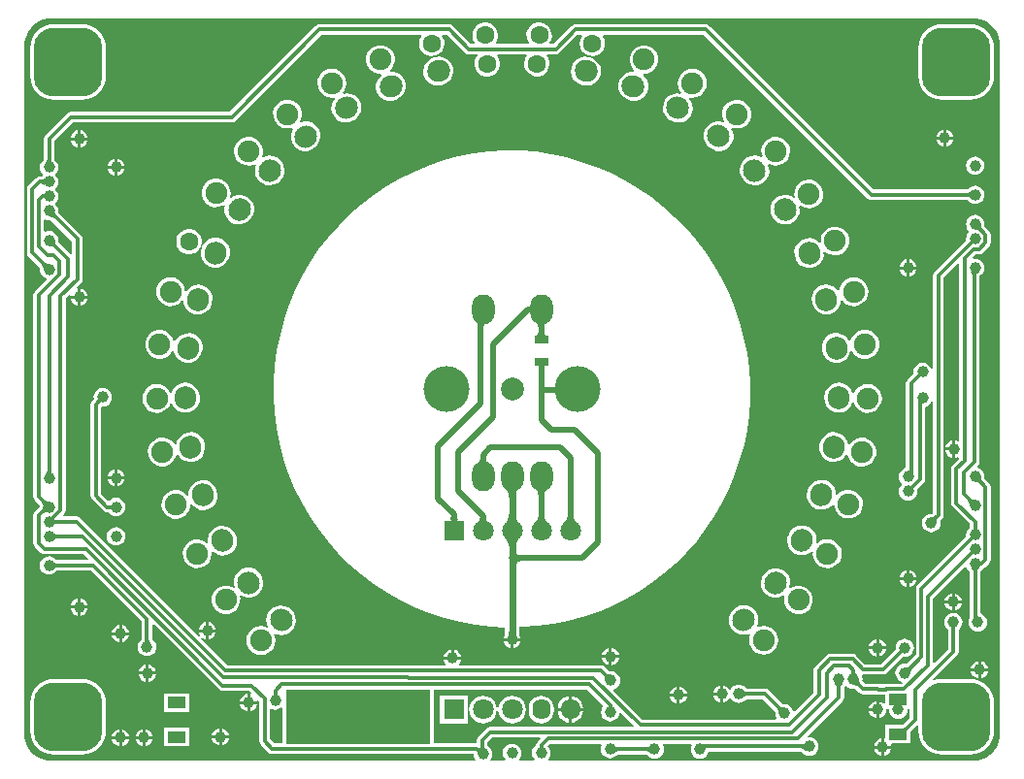
<source format=gbl>
G04 Layer_Physical_Order=2*
G04 Layer_Color=16711680*
%FSLAX44Y44*%
%MOMM*%
G71*
G01*
G75*
%ADD11R,1.6000X1.0000*%
%ADD13R,1.3000X0.7000*%
%ADD19C,0.3000*%
%ADD20C,0.6000*%
%ADD21C,0.5000*%
%ADD23C,1.8000*%
%ADD24R,1.8000X1.8000*%
%ADD25C,4.0000*%
%ADD26O,2.0000X2.6000*%
%ADD27C,1.9000*%
G04:AMPARAMS|DCode=28|XSize=1.9mm|YSize=2mm|CornerRadius=0mm|HoleSize=0mm|Usage=FLASHONLY|Rotation=225.000|XOffset=0mm|YOffset=0mm|HoleType=Round|Shape=Round|*
%AMOVALD28*
21,1,0.1000,1.9000,0.0000,0.0000,315.0*
1,1,1.9000,-0.0353,0.0353*
1,1,1.9000,0.0353,-0.0353*
%
%ADD28OVALD28*%

G04:AMPARAMS|DCode=29|XSize=1.9mm|YSize=2mm|CornerRadius=0mm|HoleSize=0mm|Usage=FLASHONLY|Rotation=157.434|XOffset=0mm|YOffset=0mm|HoleType=Round|Shape=Round|*
%AMOVALD29*
21,1,0.1000,1.9000,0.0000,0.0000,247.4*
1,1,1.9000,0.0192,0.0462*
1,1,1.9000,-0.0192,-0.0462*
%
%ADD29OVALD29*%

%ADD30C,1.6000*%
G04:AMPARAMS|DCode=31|XSize=1.9mm|YSize=2mm|CornerRadius=0mm|HoleSize=0mm|Usage=FLASHONLY|Rotation=15.844|XOffset=0mm|YOffset=0mm|HoleType=Round|Shape=Round|*
%AMOVALD31*
21,1,0.1000,1.9000,0.0000,0.0000,105.8*
1,1,1.9000,0.0137,-0.0481*
1,1,1.9000,-0.0137,0.0481*
%
%ADD31OVALD31*%

G04:AMPARAMS|DCode=32|XSize=1.9mm|YSize=2mm|CornerRadius=0mm|HoleSize=0mm|Usage=FLASHONLY|Rotation=216.983|XOffset=0mm|YOffset=0mm|HoleType=Round|Shape=Round|*
%AMOVALD32*
21,1,0.1000,1.9000,0.0000,0.0000,307.0*
1,1,1.9000,-0.0301,0.0399*
1,1,1.9000,0.0301,-0.0399*
%
%ADD32OVALD32*%

G04:AMPARAMS|DCode=33|XSize=1.9mm|YSize=2mm|CornerRadius=0mm|HoleSize=0mm|Usage=FLASHONLY|Rotation=143.853|XOffset=0mm|YOffset=0mm|HoleType=Round|Shape=Round|*
%AMOVALD33*
21,1,0.1000,1.9000,0.0000,0.0000,233.9*
1,1,1.9000,0.0295,0.0404*
1,1,1.9000,-0.0295,-0.0404*
%
%ADD33OVALD33*%

G04:AMPARAMS|DCode=34|XSize=1.9mm|YSize=2mm|CornerRadius=0mm|HoleSize=0mm|Usage=FLASHONLY|Rotation=76.940|XOffset=0mm|YOffset=0mm|HoleType=Round|Shape=Round|*
%AMOVALD34*
21,1,0.1000,1.9000,0.0000,0.0000,166.9*
1,1,1.9000,0.0487,-0.0113*
1,1,1.9000,-0.0487,0.0113*
%
%ADD34OVALD34*%

G04:AMPARAMS|DCode=35|XSize=1.9mm|YSize=2mm|CornerRadius=0mm|HoleSize=0mm|Usage=FLASHONLY|Rotation=7.259|XOffset=0mm|YOffset=0mm|HoleType=Round|Shape=Round|*
%AMOVALD35*
21,1,0.1000,1.9000,0.0000,0.0000,97.3*
1,1,1.9000,0.0063,-0.0496*
1,1,1.9000,-0.0063,0.0496*
%
%ADD35OVALD35*%

G04:AMPARAMS|DCode=36|XSize=1.9mm|YSize=2mm|CornerRadius=0mm|HoleSize=0mm|Usage=FLASHONLY|Rotation=207.583|XOffset=0mm|YOffset=0mm|HoleType=Round|Shape=Round|*
%AMOVALD36*
21,1,0.1000,1.9000,0.0000,0.0000,297.6*
1,1,1.9000,-0.0232,0.0443*
1,1,1.9000,0.0232,-0.0443*
%
%ADD36OVALD36*%

G04:AMPARAMS|DCode=37|XSize=1.9mm|YSize=2mm|CornerRadius=0mm|HoleSize=0mm|Usage=FLASHONLY|Rotation=137.905|XOffset=0mm|YOffset=0mm|HoleType=Round|Shape=Round|*
%AMOVALD37*
21,1,0.1000,1.9000,0.0000,0.0000,227.9*
1,1,1.9000,0.0335,0.0371*
1,1,1.9000,-0.0335,-0.0371*
%
%ADD37OVALD37*%

G04:AMPARAMS|DCode=38|XSize=1.9mm|YSize=2mm|CornerRadius=0mm|HoleSize=0mm|Usage=FLASHONLY|Rotation=68.227|XOffset=0mm|YOffset=0mm|HoleType=Round|Shape=Round|*
%AMOVALD38*
21,1,0.1000,1.9000,0.0000,0.0000,158.2*
1,1,1.9000,0.0464,-0.0186*
1,1,1.9000,-0.0464,0.0186*
%
%ADD38OVALD38*%

G04:AMPARAMS|DCode=39|XSize=1.9mm|YSize=2mm|CornerRadius=0mm|HoleSize=0mm|Usage=FLASHONLY|Rotation=358.549|XOffset=0mm|YOffset=0mm|HoleType=Round|Shape=Round|*
%AMOVALD39*
21,1,0.1000,1.9000,0.0000,0.0000,88.5*
1,1,1.9000,-0.0013,-0.0500*
1,1,1.9000,0.0013,0.0500*
%
%ADD39OVALD39*%

G04:AMPARAMS|DCode=40|XSize=1.9mm|YSize=2mm|CornerRadius=0mm|HoleSize=0mm|Usage=FLASHONLY|Rotation=198.889|XOffset=0mm|YOffset=0mm|HoleType=Round|Shape=Round|*
%AMOVALD40*
21,1,0.1000,1.9000,0.0000,0.0000,288.9*
1,1,1.9000,-0.0162,0.0473*
1,1,1.9000,0.0162,-0.0473*
%
%ADD40OVALD40*%

G04:AMPARAMS|DCode=41|XSize=1.9mm|YSize=2mm|CornerRadius=0mm|HoleSize=0mm|Usage=FLASHONLY|Rotation=129.199|XOffset=0mm|YOffset=0mm|HoleType=Round|Shape=Round|*
%AMOVALD41*
21,1,0.1000,1.9000,0.0000,0.0000,219.2*
1,1,1.9000,0.0387,0.0316*
1,1,1.9000,-0.0387,-0.0316*
%
%ADD41OVALD41*%

G04:AMPARAMS|DCode=42|XSize=1.9mm|YSize=2mm|CornerRadius=0mm|HoleSize=0mm|Usage=FLASHONLY|Rotation=59.517|XOffset=0mm|YOffset=0mm|HoleType=Round|Shape=Round|*
%AMOVALD42*
21,1,0.1000,1.9000,0.0000,0.0000,149.5*
1,1,1.9000,0.0431,-0.0254*
1,1,1.9000,-0.0431,0.0254*
%
%ADD42OVALD42*%

G04:AMPARAMS|DCode=43|XSize=1.9mm|YSize=2mm|CornerRadius=0mm|HoleSize=0mm|Usage=FLASHONLY|Rotation=349.821|XOffset=0mm|YOffset=0mm|HoleType=Round|Shape=Round|*
%AMOVALD43*
21,1,0.1000,1.9000,0.0000,0.0000,79.8*
1,1,1.9000,-0.0088,-0.0492*
1,1,1.9000,0.0088,0.0492*
%
%ADD43OVALD43*%

G04:AMPARAMS|DCode=44|XSize=1.9mm|YSize=2mm|CornerRadius=0mm|HoleSize=0mm|Usage=FLASHONLY|Rotation=190.163|XOffset=0mm|YOffset=0mm|HoleType=Round|Shape=Round|*
%AMOVALD44*
21,1,0.1000,1.9000,0.0000,0.0000,280.2*
1,1,1.9000,-0.0088,0.0492*
1,1,1.9000,0.0088,-0.0492*
%
%ADD44OVALD44*%

G04:AMPARAMS|DCode=45|XSize=1.9mm|YSize=2mm|CornerRadius=0mm|HoleSize=0mm|Usage=FLASHONLY|Rotation=120.486|XOffset=0mm|YOffset=0mm|HoleType=Round|Shape=Round|*
%AMOVALD45*
21,1,0.1000,1.9000,0.0000,0.0000,210.5*
1,1,1.9000,0.0431,0.0254*
1,1,1.9000,-0.0431,-0.0254*
%
%ADD45OVALD45*%

G04:AMPARAMS|DCode=46|XSize=1.9mm|YSize=2mm|CornerRadius=0mm|HoleSize=0mm|Usage=FLASHONLY|Rotation=50.807|XOffset=0mm|YOffset=0mm|HoleType=Round|Shape=Round|*
%AMOVALD46*
21,1,0.1000,1.9000,0.0000,0.0000,140.8*
1,1,1.9000,0.0387,-0.0316*
1,1,1.9000,-0.0387,0.0316*
%
%ADD46OVALD46*%

G04:AMPARAMS|DCode=47|XSize=1.9mm|YSize=2mm|CornerRadius=0mm|HoleSize=0mm|Usage=FLASHONLY|Rotation=341.100|XOffset=0mm|YOffset=0mm|HoleType=Round|Shape=Round|*
%AMOVALD47*
21,1,0.1000,1.9000,0.0000,0.0000,71.1*
1,1,1.9000,-0.0162,-0.0473*
1,1,1.9000,0.0162,0.0473*
%
%ADD47OVALD47*%

G04:AMPARAMS|DCode=48|XSize=1.9mm|YSize=2mm|CornerRadius=0mm|HoleSize=0mm|Usage=FLASHONLY|Rotation=181.453|XOffset=0mm|YOffset=0mm|HoleType=Round|Shape=Round|*
%AMOVALD48*
21,1,0.1000,1.9000,0.0000,0.0000,271.5*
1,1,1.9000,-0.0013,0.0500*
1,1,1.9000,0.0013,-0.0500*
%
%ADD48OVALD48*%

G04:AMPARAMS|DCode=49|XSize=1.9mm|YSize=2mm|CornerRadius=0mm|HoleSize=0mm|Usage=FLASHONLY|Rotation=111.776|XOffset=0mm|YOffset=0mm|HoleType=Round|Shape=Round|*
%AMOVALD49*
21,1,0.1000,1.9000,0.0000,0.0000,201.8*
1,1,1.9000,0.0464,0.0186*
1,1,1.9000,-0.0464,-0.0186*
%
%ADD49OVALD49*%

G04:AMPARAMS|DCode=50|XSize=1.9mm|YSize=2mm|CornerRadius=0mm|HoleSize=0mm|Usage=FLASHONLY|Rotation=42.098|XOffset=0mm|YOffset=0mm|HoleType=Round|Shape=Round|*
%AMOVALD50*
21,1,0.1000,1.9000,0.0000,0.0000,132.1*
1,1,1.9000,0.0335,-0.0371*
1,1,1.9000,-0.0335,0.0371*
%
%ADD50OVALD50*%

G04:AMPARAMS|DCode=51|XSize=1.9mm|YSize=2mm|CornerRadius=0mm|HoleSize=0mm|Usage=FLASHONLY|Rotation=332.467|XOffset=0mm|YOffset=0mm|HoleType=Round|Shape=Round|*
%AMOVALD51*
21,1,0.1000,1.9000,0.0000,0.0000,62.5*
1,1,1.9000,-0.0231,-0.0443*
1,1,1.9000,0.0231,0.0443*
%
%ADD51OVALD51*%

G04:AMPARAMS|DCode=52|XSize=1.9mm|YSize=2mm|CornerRadius=0mm|HoleSize=0mm|Usage=FLASHONLY|Rotation=172.744|XOffset=0mm|YOffset=0mm|HoleType=Round|Shape=Round|*
%AMOVALD52*
21,1,0.1000,1.9000,0.0000,0.0000,262.7*
1,1,1.9000,0.0063,0.0496*
1,1,1.9000,-0.0063,-0.0496*
%
%ADD52OVALD52*%

G04:AMPARAMS|DCode=53|XSize=1.9mm|YSize=2mm|CornerRadius=0mm|HoleSize=0mm|Usage=FLASHONLY|Rotation=103.066|XOffset=0mm|YOffset=0mm|HoleType=Round|Shape=Round|*
%AMOVALD53*
21,1,0.1000,1.9000,0.0000,0.0000,193.1*
1,1,1.9000,0.0487,0.0113*
1,1,1.9000,-0.0487,-0.0113*
%
%ADD53OVALD53*%

G04:AMPARAMS|DCode=54|XSize=1.9mm|YSize=2mm|CornerRadius=0mm|HoleSize=0mm|Usage=FLASHONLY|Rotation=33.388|XOffset=0mm|YOffset=0mm|HoleType=Round|Shape=Round|*
%AMOVALD54*
21,1,0.1000,1.9000,0.0000,0.0000,123.4*
1,1,1.9000,0.0275,-0.0418*
1,1,1.9000,-0.0275,0.0418*
%
%ADD54OVALD54*%

G04:AMPARAMS|DCode=55|XSize=1.9mm|YSize=2mm|CornerRadius=0mm|HoleSize=0mm|Usage=FLASHONLY|Rotation=163.883|XOffset=0mm|YOffset=0mm|HoleType=Round|Shape=Round|*
%AMOVALD55*
21,1,0.1000,1.9000,0.0000,0.0000,253.9*
1,1,1.9000,0.0139,0.0480*
1,1,1.9000,-0.0139,-0.0480*
%
%ADD55OVALD55*%

G04:AMPARAMS|DCode=56|XSize=1.9mm|YSize=2mm|CornerRadius=0mm|HoleSize=0mm|Usage=FLASHONLY|Rotation=24.678|XOffset=0mm|YOffset=0mm|HoleType=Round|Shape=Round|*
%AMOVALD56*
21,1,0.1000,1.9000,0.0000,0.0000,114.7*
1,1,1.9000,0.0209,-0.0454*
1,1,1.9000,-0.0209,0.0454*
%
%ADD56OVALD56*%

G04:AMPARAMS|DCode=57|XSize=1.9mm|YSize=2mm|CornerRadius=0mm|HoleSize=0mm|Usage=FLASHONLY|Rotation=315.063|XOffset=0mm|YOffset=0mm|HoleType=Round|Shape=Round|*
%AMOVALD57*
21,1,0.1000,1.9000,0.0000,0.0000,45.1*
1,1,1.9000,-0.0353,-0.0354*
1,1,1.9000,0.0353,0.0354*
%
%ADD57OVALD57*%

G04:AMPARAMS|DCode=58|XSize=6mm|YSize=6mm|CornerRadius=1.8mm|HoleSize=0mm|Usage=FLASHONLY|Rotation=0.000|XOffset=0mm|YOffset=0mm|HoleType=Round|Shape=RoundedRectangle|*
%AMROUNDEDRECTD58*
21,1,6.0000,2.4000,0,0,0.0*
21,1,2.4000,6.0000,0,0,0.0*
1,1,3.6000,1.2000,-1.2000*
1,1,3.6000,-1.2000,-1.2000*
1,1,3.6000,-1.2000,1.2000*
1,1,3.6000,1.2000,1.2000*
%
%ADD58ROUNDEDRECTD58*%
%ADD59C,2.0000*%
%ADD60O,1.6000X1.8000*%
%ADD61O,1.7000X1.8000*%
%ADD62C,1.0000*%
%ADD63R,12.5984X4.8006*%
G36*
X400369Y166300D02*
X399974Y166680D01*
X399574Y167020D01*
X399168Y167320D01*
X398756Y167580D01*
X398339Y167800D01*
X397917Y167980D01*
X397488Y168120D01*
X397055Y168220D01*
X396615Y168280D01*
X396170Y168300D01*
Y171300D01*
X396615Y171320D01*
X397055Y171380D01*
X397488Y171480D01*
X397917Y171620D01*
X398339Y171800D01*
X398756Y172020D01*
X399168Y172280D01*
X399574Y172580D01*
X399974Y172920D01*
X400369Y173300D01*
Y166300D01*
D02*
G37*
G36*
X-407511Y177700D02*
X-407906Y178080D01*
X-408306Y178420D01*
X-408712Y178720D01*
X-409124Y178980D01*
X-409541Y179200D01*
X-409963Y179380D01*
X-410392Y179520D01*
X-410825Y179620D01*
X-411265Y179680D01*
X-411710Y179700D01*
Y182700D01*
X-411265Y182720D01*
X-410825Y182780D01*
X-410392Y182880D01*
X-409963Y183020D01*
X-409541Y183200D01*
X-409124Y183420D01*
X-408712Y183680D01*
X-408306Y183980D01*
X-407906Y184320D01*
X-407511Y184700D01*
Y177700D01*
D02*
G37*
G36*
X409258Y322971D02*
X413419Y321248D01*
X417163Y318746D01*
X420347Y315562D01*
X422848Y311818D01*
X424571Y307658D01*
X425450Y303241D01*
X425450Y300990D01*
X425450Y300990D01*
X425450Y300990D01*
X425450Y-300990D01*
Y-303242D01*
X424571Y-307658D01*
X422848Y-311818D01*
X420346Y-315562D01*
X417162Y-318746D01*
X413418Y-321248D01*
X409258Y-322971D01*
X404841Y-323850D01*
X361950D01*
X31896Y-323850D01*
X31391Y-322580D01*
X32388Y-321281D01*
X33194Y-319334D01*
X33469Y-317246D01*
X33194Y-315158D01*
X32388Y-313211D01*
X31106Y-311540D01*
X33408Y-309238D01*
X77427D01*
X78167Y-310508D01*
X77609Y-311856D01*
X77334Y-313944D01*
X77609Y-316032D01*
X78415Y-317978D01*
X79697Y-319650D01*
X81369Y-320932D01*
X83315Y-321738D01*
X85403Y-322013D01*
X87491Y-321738D01*
X89438Y-320932D01*
X91109Y-319650D01*
X91966Y-318532D01*
X117448D01*
X118500Y-319904D01*
X120171Y-321186D01*
X122118Y-321992D01*
X124206Y-322267D01*
X126294Y-321992D01*
X128240Y-321186D01*
X129912Y-319904D01*
X131194Y-318232D01*
X132000Y-316286D01*
X132275Y-314198D01*
X132000Y-312110D01*
X131337Y-310508D01*
X131928Y-309238D01*
X156108D01*
X156699Y-310508D01*
X156036Y-312110D01*
X155761Y-314198D01*
X156036Y-316286D01*
X156842Y-318232D01*
X158124Y-319904D01*
X159796Y-321186D01*
X161742Y-321992D01*
X163830Y-322267D01*
X165918Y-321992D01*
X167864Y-321186D01*
X169536Y-319904D01*
X170818Y-318232D01*
X171624Y-316286D01*
X171629Y-316246D01*
X252771D01*
X253628Y-317364D01*
X255299Y-318646D01*
X257246Y-319452D01*
X259334Y-319727D01*
X261422Y-319452D01*
X263368Y-318646D01*
X265040Y-317364D01*
X266322Y-315693D01*
X267128Y-313746D01*
X267403Y-311658D01*
X267128Y-309570D01*
X266322Y-307624D01*
X265040Y-305952D01*
X263368Y-304670D01*
X261422Y-303864D01*
X259334Y-303589D01*
X258277Y-303728D01*
X257683Y-302525D01*
X288128Y-272080D01*
X289123Y-270592D01*
X289472Y-268836D01*
Y-259721D01*
X290590Y-258864D01*
X290624Y-258819D01*
X291894D01*
X291928Y-258864D01*
X293599Y-260146D01*
X295546Y-260952D01*
X297634Y-261227D01*
X299030Y-261043D01*
X302942Y-264954D01*
X304430Y-265949D01*
X306186Y-266298D01*
X318788D01*
X319090Y-266358D01*
X325550D01*
Y-273764D01*
X324280Y-274195D01*
X324148Y-274022D01*
X322573Y-272814D01*
X320738Y-272054D01*
X320040Y-271962D01*
Y-279400D01*
Y-286838D01*
X320738Y-286746D01*
X322573Y-285986D01*
X324148Y-284778D01*
X325356Y-283202D01*
X326116Y-281368D01*
X326375Y-279400D01*
X326931Y-278766D01*
X328179D01*
X328735Y-279400D01*
X329010Y-281488D01*
X329816Y-283435D01*
X331098Y-285106D01*
X332770Y-286388D01*
X334716Y-287194D01*
X336804Y-287469D01*
X338892Y-287194D01*
X340839Y-286388D01*
X342510Y-285106D01*
X343792Y-283435D01*
X344598Y-281488D01*
X344873Y-279400D01*
X345443Y-278750D01*
X346694D01*
Y-286644D01*
X340587Y-292750D01*
X325550D01*
Y-303750D01*
X324358Y-304658D01*
Y-310896D01*
X330526D01*
X330434Y-310198D01*
X330272Y-309806D01*
X330977Y-308750D01*
X347550D01*
Y-298765D01*
X353075Y-293239D01*
X354248Y-293726D01*
Y-297750D01*
X354654Y-301867D01*
X355855Y-305825D01*
X357805Y-309473D01*
X360429Y-312671D01*
X363627Y-315295D01*
X367275Y-317245D01*
X371233Y-318446D01*
X375350Y-318852D01*
X399350D01*
X403467Y-318446D01*
X407425Y-317245D01*
X411073Y-315295D01*
X414271Y-312671D01*
X416895Y-309473D01*
X418845Y-305825D01*
X420046Y-301867D01*
X420452Y-297750D01*
Y-273750D01*
X420046Y-269633D01*
X418845Y-265675D01*
X416895Y-262027D01*
X414271Y-258829D01*
X411073Y-256205D01*
X407425Y-254255D01*
X403467Y-253054D01*
X399350Y-252648D01*
X375350D01*
X371233Y-253054D01*
X367877Y-254072D01*
X367203Y-252949D01*
X388054Y-232098D01*
X389049Y-230610D01*
X389398Y-228854D01*
Y-209763D01*
X390516Y-208906D01*
X391798Y-207234D01*
X392604Y-205288D01*
X392879Y-203200D01*
X392604Y-201112D01*
X391798Y-199165D01*
X390516Y-197494D01*
X388844Y-196212D01*
X386898Y-195406D01*
X384810Y-195131D01*
X382722Y-195406D01*
X380775Y-196212D01*
X379104Y-197494D01*
X377822Y-199165D01*
X377016Y-201112D01*
X376741Y-203200D01*
X377016Y-205288D01*
X377822Y-207234D01*
X379104Y-208906D01*
X380222Y-209763D01*
Y-226954D01*
X368474Y-238702D01*
X367300Y-238216D01*
Y-182829D01*
X395026Y-155103D01*
X396524Y-155401D01*
X396952Y-156434D01*
X398234Y-158106D01*
X399352Y-158963D01*
Y-198913D01*
X399158Y-199165D01*
X398352Y-201112D01*
X398077Y-203200D01*
X398352Y-205288D01*
X399158Y-207234D01*
X400440Y-208906D01*
X402112Y-210188D01*
X404058Y-210994D01*
X406146Y-211269D01*
X408234Y-210994D01*
X410181Y-210188D01*
X411852Y-208906D01*
X413134Y-207234D01*
X413940Y-205288D01*
X414215Y-203200D01*
X413940Y-201112D01*
X413134Y-199165D01*
X411852Y-197494D01*
X410181Y-196212D01*
X408528Y-195528D01*
Y-158963D01*
X409646Y-158106D01*
X410739Y-156681D01*
X410950Y-156639D01*
X412438Y-155644D01*
X416248Y-151834D01*
X417243Y-150346D01*
X417592Y-148590D01*
Y-85014D01*
X417243Y-83258D01*
X416248Y-81770D01*
X411825Y-77347D01*
X412009Y-75950D01*
X411734Y-73862D01*
X410928Y-71915D01*
X409646Y-70244D01*
X407975Y-68962D01*
X406163Y-68212D01*
X405725Y-67263D01*
X405621Y-66957D01*
X406342Y-66236D01*
X407337Y-64748D01*
X407686Y-62992D01*
Y98993D01*
X407975Y99112D01*
X409646Y100394D01*
X410928Y102066D01*
X411734Y104012D01*
X412009Y106100D01*
X411734Y108188D01*
X410928Y110135D01*
X409646Y111806D01*
X407975Y113088D01*
X406028Y113894D01*
X403940Y114169D01*
X402545Y113985D01*
X401952Y115188D01*
X404635Y117872D01*
X407685D01*
X409440Y118221D01*
X410929Y119216D01*
X416224Y124511D01*
X417219Y126000D01*
X417568Y127756D01*
Y135245D01*
X417219Y137000D01*
X416224Y138489D01*
X411829Y142884D01*
X412009Y144250D01*
X411734Y146339D01*
X410928Y148285D01*
X409646Y149956D01*
X407975Y151238D01*
X406028Y152044D01*
X403940Y152319D01*
X401852Y152044D01*
X399906Y151238D01*
X398234Y149956D01*
X396952Y148285D01*
X396146Y146339D01*
X395871Y144250D01*
X396146Y142162D01*
X396952Y140216D01*
X398234Y138544D01*
X398279Y138510D01*
Y137240D01*
X398234Y137206D01*
X396952Y135535D01*
X396146Y133588D01*
X395871Y131500D01*
X396055Y130104D01*
X368341Y102390D01*
X367347Y100902D01*
X366998Y99146D01*
Y18079D01*
X365728Y17827D01*
X365128Y19274D01*
X363846Y20946D01*
X362174Y22228D01*
X360228Y23034D01*
X358140Y23309D01*
X356052Y23034D01*
X354105Y22228D01*
X352434Y20946D01*
X351152Y19274D01*
X350346Y17328D01*
X350071Y15240D01*
X350255Y13843D01*
X344736Y8324D01*
X343741Y6836D01*
X343392Y5080D01*
Y-68401D01*
X343352Y-68406D01*
X341405Y-69212D01*
X339734Y-70494D01*
X338452Y-72165D01*
X337646Y-74112D01*
X337371Y-76200D01*
X337646Y-78288D01*
X338452Y-80234D01*
X339734Y-81906D01*
X339747Y-81915D01*
Y-83185D01*
X339734Y-83194D01*
X338452Y-84866D01*
X337646Y-86812D01*
X337371Y-88900D01*
X337646Y-90988D01*
X338452Y-92935D01*
X339734Y-94606D01*
X341405Y-95888D01*
X343352Y-96694D01*
X345440Y-96969D01*
X347528Y-96694D01*
X349474Y-95888D01*
X351146Y-94606D01*
X352428Y-92935D01*
X353234Y-90988D01*
X353509Y-88900D01*
X353335Y-87578D01*
X358844Y-82069D01*
X359839Y-80580D01*
X360188Y-78825D01*
Y-15419D01*
X360228Y-15414D01*
X362174Y-14608D01*
X363846Y-13326D01*
X365128Y-11654D01*
X365728Y-10207D01*
X366998Y-10459D01*
Y-107707D01*
X366043Y-108588D01*
X365506Y-108517D01*
X363418Y-108792D01*
X361471Y-109598D01*
X359800Y-110880D01*
X358518Y-112551D01*
X357712Y-114498D01*
X357437Y-116586D01*
X357712Y-118674D01*
X358518Y-120620D01*
X359800Y-122292D01*
X361471Y-123574D01*
X363418Y-124380D01*
X365506Y-124655D01*
X367594Y-124380D01*
X369540Y-123574D01*
X371212Y-122292D01*
X372494Y-120620D01*
X373300Y-118674D01*
X373575Y-116586D01*
X373301Y-114502D01*
X374830Y-112972D01*
X375825Y-111484D01*
X376174Y-109728D01*
Y97245D01*
X388955Y110026D01*
X390128Y109540D01*
Y-44936D01*
X388858Y-45418D01*
X387182Y-44724D01*
X386484Y-44632D01*
Y-52070D01*
Y-59508D01*
X387182Y-59416D01*
X388445Y-58893D01*
X389699Y-59540D01*
X389816Y-60387D01*
X384360Y-65844D01*
X383365Y-67332D01*
X383016Y-69088D01*
Y-99314D01*
X383365Y-101070D01*
X384360Y-102558D01*
X399352Y-117550D01*
Y-120387D01*
X398234Y-121244D01*
X396952Y-122915D01*
X396146Y-124862D01*
X395871Y-126950D01*
X396051Y-128316D01*
X391656Y-132711D01*
X391586Y-132815D01*
X353626Y-170776D01*
X352631Y-172264D01*
X352282Y-174020D01*
Y-231779D01*
X344462Y-239600D01*
X342390Y-239327D01*
X340302Y-239602D01*
X338355Y-240408D01*
X336684Y-241690D01*
X335402Y-243361D01*
X334596Y-245308D01*
X334321Y-247396D01*
X334596Y-249484D01*
X335402Y-251430D01*
X336684Y-253102D01*
X338355Y-254384D01*
X340020Y-255074D01*
X340419Y-256284D01*
X339748Y-257122D01*
X326638D01*
X326337Y-257182D01*
X319331D01*
X319030Y-257122D01*
X308086D01*
X305519Y-254555D01*
X305703Y-253158D01*
X305428Y-251070D01*
X304992Y-250017D01*
X305905Y-248903D01*
X306070Y-248936D01*
X323594D01*
X325350Y-248587D01*
X326838Y-247592D01*
X340995Y-233435D01*
X342392Y-233619D01*
X344480Y-233344D01*
X346427Y-232538D01*
X348098Y-231256D01*
X349380Y-229585D01*
X350186Y-227638D01*
X350461Y-225550D01*
X350186Y-223462D01*
X349380Y-221516D01*
X348098Y-219844D01*
X346427Y-218562D01*
X344480Y-217756D01*
X342392Y-217481D01*
X340304Y-217756D01*
X338358Y-218562D01*
X336686Y-219844D01*
X335404Y-221516D01*
X334598Y-223462D01*
X334323Y-225550D01*
X334507Y-226947D01*
X321693Y-239760D01*
X307971D01*
X300424Y-232214D01*
X298936Y-231219D01*
X297180Y-230870D01*
X276860D01*
X275104Y-231219D01*
X273616Y-232214D01*
X264218Y-241612D01*
X263223Y-243100D01*
X262874Y-244856D01*
Y-264799D01*
X246506Y-281168D01*
X245303Y-280759D01*
X245284Y-280614D01*
X244478Y-278668D01*
X243196Y-276996D01*
X241525Y-275714D01*
X239578Y-274908D01*
X237490Y-274633D01*
X236094Y-274817D01*
X223712Y-262436D01*
X222224Y-261441D01*
X220468Y-261092D01*
X204175D01*
X203318Y-259974D01*
X201646Y-258692D01*
X199700Y-257886D01*
X197612Y-257611D01*
X195524Y-257886D01*
X193577Y-258692D01*
X191906Y-259974D01*
X190624Y-261646D01*
X190579Y-261755D01*
X189194Y-261780D01*
X188258Y-260560D01*
X186682Y-259352D01*
X184848Y-258592D01*
X184150Y-258500D01*
Y-265938D01*
Y-273376D01*
X184848Y-273284D01*
X186682Y-272524D01*
X188258Y-271316D01*
X189332Y-269915D01*
X190009Y-269810D01*
X190772Y-269907D01*
X191906Y-271386D01*
X193577Y-272668D01*
X195524Y-273474D01*
X197612Y-273749D01*
X199700Y-273474D01*
X201646Y-272668D01*
X203318Y-271386D01*
X204175Y-270268D01*
X218568D01*
X229605Y-281306D01*
X229421Y-282702D01*
X229696Y-284790D01*
X230502Y-286737D01*
X230613Y-286881D01*
X230051Y-288020D01*
X113576D01*
X88524Y-262967D01*
X88868Y-261515D01*
X90140Y-260988D01*
X91812Y-259706D01*
X93094Y-258034D01*
X93900Y-256088D01*
X94175Y-254000D01*
X93900Y-251912D01*
X93094Y-249965D01*
X91812Y-248294D01*
X90140Y-247012D01*
X88194Y-246206D01*
X86106Y-245931D01*
X84710Y-246115D01*
X80704Y-242110D01*
X79216Y-241115D01*
X77460Y-240766D01*
X-46129D01*
X-46550Y-239496D01*
X-45559Y-238204D01*
X-44799Y-236370D01*
X-44707Y-235672D01*
X-59583D01*
X-59491Y-236370D01*
X-58731Y-238204D01*
X-57740Y-239496D01*
X-58160Y-240766D01*
X-248046D01*
X-271107Y-217705D01*
X-270268Y-216748D01*
X-269741Y-217152D01*
X-267906Y-217912D01*
X-267208Y-218004D01*
Y-211836D01*
X-273376D01*
X-273284Y-212534D01*
X-272524Y-214368D01*
X-272120Y-214895D01*
X-273077Y-215735D01*
X-376606Y-112206D01*
X-378094Y-111211D01*
X-379850Y-110862D01*
X-391170D01*
X-391460Y-110160D01*
X-391591Y-109592D01*
X-391586Y-109585D01*
X-390710Y-108708D01*
X-389715Y-107220D01*
X-389366Y-105464D01*
Y79325D01*
X-386327Y82364D01*
X-385160Y81788D01*
X-378954D01*
Y87994D01*
X-379530Y89161D01*
X-376082Y92608D01*
X-375088Y94097D01*
X-374739Y95853D01*
Y131137D01*
X-375088Y132892D01*
X-376082Y134381D01*
X-396055Y154353D01*
X-395871Y155750D01*
X-396146Y157838D01*
X-396952Y159784D01*
X-398108Y161291D01*
X-398279Y161891D01*
Y162359D01*
X-398108Y162959D01*
X-396952Y164465D01*
X-396146Y166411D01*
X-395871Y168500D01*
X-396146Y170588D01*
X-396952Y172535D01*
X-398084Y174009D01*
X-398246Y174757D01*
Y174943D01*
X-398084Y175691D01*
X-396952Y177165D01*
X-396146Y179111D01*
X-395871Y181200D01*
X-396146Y183288D01*
X-396952Y185234D01*
X-398234Y186906D01*
X-398246Y186915D01*
Y188185D01*
X-398234Y188194D01*
X-396952Y189865D01*
X-396146Y191812D01*
X-395871Y193900D01*
X-396146Y195988D01*
X-396952Y197934D01*
X-398234Y199606D01*
X-399352Y200463D01*
Y216714D01*
X-383163Y232902D01*
X-244602D01*
X-242846Y233251D01*
X-241358Y234246D01*
X-166178Y309426D01*
X-79684D01*
X-79141Y308277D01*
X-79499Y307843D01*
X-80697Y305206D01*
X-81172Y302348D01*
X-80891Y299466D01*
X-79873Y296754D01*
X-78189Y294398D01*
X-75952Y292558D01*
X-73315Y291360D01*
X-70458Y290885D01*
X-67575Y291166D01*
X-64863Y292184D01*
X-62507Y293868D01*
X-60667Y296105D01*
X-59469Y298742D01*
X-58995Y301600D01*
X-59276Y304482D01*
X-60293Y307194D01*
X-61081Y308296D01*
X-60500Y309426D01*
X-56836D01*
X-41223Y293813D01*
X-39734Y292818D01*
X-37978Y292469D01*
X-30586D01*
X-30199Y291199D01*
X-31649Y288978D01*
X-32551Y286226D01*
X-32710Y283334D01*
X-32115Y280499D01*
X-30806Y277915D01*
X-28874Y275758D01*
X-26449Y274175D01*
X-23696Y273273D01*
X-20804Y273114D01*
X-17970Y273709D01*
X-15386Y275017D01*
X-13228Y276950D01*
X-11645Y279375D01*
X-10743Y282127D01*
X-10584Y285019D01*
X-11179Y287854D01*
X-12487Y290438D01*
X-13268Y291309D01*
X-12750Y292469D01*
X12587D01*
X13099Y291307D01*
X12397Y290538D01*
X11064Y287967D01*
X10441Y285138D01*
X10572Y282245D01*
X11448Y279484D01*
X13008Y277043D01*
X15146Y275090D01*
X17718Y273757D01*
X20546Y273135D01*
X23440Y273265D01*
X26201Y274141D01*
X28641Y275701D01*
X30594Y277840D01*
X31927Y280411D01*
X32550Y283239D01*
X32419Y286133D01*
X31543Y288894D01*
X30070Y291199D01*
X30372Y292335D01*
X30424Y292469D01*
X38047D01*
X39802Y292818D01*
X41291Y293813D01*
X56912Y309433D01*
X60468D01*
X61049Y308304D01*
X60260Y307201D01*
X59243Y304489D01*
X58962Y301606D01*
X59438Y298749D01*
X60636Y296112D01*
X62476Y293875D01*
X64832Y292191D01*
X67544Y291173D01*
X70427Y290893D01*
X73284Y291368D01*
X75921Y292566D01*
X78157Y294406D01*
X79842Y296763D01*
X80859Y299474D01*
X81140Y302357D01*
X80665Y305214D01*
X79466Y307851D01*
X79109Y308285D01*
X79652Y309433D01*
X167186D01*
X310064Y166556D01*
X311552Y165561D01*
X313308Y165212D01*
X397377D01*
X398234Y164094D01*
X399906Y162812D01*
X401852Y162006D01*
X403940Y161731D01*
X406028Y162006D01*
X407975Y162812D01*
X409646Y164094D01*
X410928Y165766D01*
X411734Y167712D01*
X412009Y169800D01*
X411734Y171889D01*
X410928Y173835D01*
X409646Y175506D01*
X407975Y176788D01*
X406028Y177594D01*
X403940Y177869D01*
X401852Y177594D01*
X399906Y176788D01*
X398234Y175506D01*
X397377Y174388D01*
X315208D01*
X172331Y317266D01*
X170842Y318260D01*
X169086Y318610D01*
X55011D01*
X53255Y318260D01*
X51767Y317266D01*
X36146Y301645D01*
X33245D01*
X32820Y302915D01*
X34066Y305319D01*
X34689Y308148D01*
X34558Y311041D01*
X33682Y313802D01*
X32122Y316242D01*
X29984Y318196D01*
X27413Y319529D01*
X24584Y320151D01*
X21690Y320020D01*
X18930Y319145D01*
X16489Y317585D01*
X14536Y315446D01*
X13203Y312875D01*
X12580Y310046D01*
X12711Y307153D01*
X13587Y304392D01*
X14531Y302915D01*
X13835Y301645D01*
X-13762D01*
X-14450Y302915D01*
X-13544Y304303D01*
X-12642Y307055D01*
X-12483Y309947D01*
X-13078Y312782D01*
X-14386Y315366D01*
X-16319Y317523D01*
X-18744Y319107D01*
X-21497Y320009D01*
X-24388Y320167D01*
X-27223Y319572D01*
X-29807Y318264D01*
X-31964Y316331D01*
X-33548Y313906D01*
X-34450Y311154D01*
X-34609Y308262D01*
X-34014Y305427D01*
X-32742Y302915D01*
X-32966Y302144D01*
X-33189Y301645D01*
X-36078D01*
X-51691Y317258D01*
X-53179Y318253D01*
X-54935Y318602D01*
X-168078D01*
X-169834Y318253D01*
X-171322Y317258D01*
X-246502Y242078D01*
X-385064D01*
X-386820Y241729D01*
X-388308Y240734D01*
X-407184Y221858D01*
X-408179Y220370D01*
X-408528Y218614D01*
Y200463D01*
X-409646Y199606D01*
X-410928Y197934D01*
X-411734Y195988D01*
X-412009Y193900D01*
X-411734Y191812D01*
X-410928Y189865D01*
X-409646Y188194D01*
X-409633Y188185D01*
Y187457D01*
X-409796Y186709D01*
X-410503Y185788D01*
X-412009D01*
X-413765Y185439D01*
X-415253Y184444D01*
X-421764Y177933D01*
X-422759Y176445D01*
X-423108Y174689D01*
Y119330D01*
X-422759Y117574D01*
X-421764Y116086D01*
X-411825Y106146D01*
X-412009Y104750D01*
X-411734Y102662D01*
X-410928Y100715D01*
X-409646Y99044D01*
X-407975Y97762D01*
X-406282Y97061D01*
X-405765Y95783D01*
X-416224Y85323D01*
X-417219Y83835D01*
X-417568Y82079D01*
Y-93660D01*
X-417219Y-95416D01*
X-416224Y-96904D01*
X-411825Y-101304D01*
X-411962Y-102339D01*
X-416248Y-106625D01*
X-417243Y-108114D01*
X-417592Y-109870D01*
Y-134112D01*
X-417243Y-135868D01*
X-416248Y-137356D01*
X-411064Y-142541D01*
X-409576Y-143535D01*
X-407820Y-143884D01*
X-373574D01*
X-369520Y-147939D01*
X-370006Y-149112D01*
X-397377D01*
X-398234Y-147994D01*
X-399906Y-146712D01*
X-401852Y-145906D01*
X-403940Y-145631D01*
X-406028Y-145906D01*
X-407975Y-146712D01*
X-409646Y-147994D01*
X-410928Y-149665D01*
X-411734Y-151612D01*
X-412009Y-153700D01*
X-411734Y-155788D01*
X-410928Y-157735D01*
X-409646Y-159406D01*
X-407975Y-160688D01*
X-406028Y-161494D01*
X-403940Y-161769D01*
X-401852Y-161494D01*
X-399906Y-160688D01*
X-398234Y-159406D01*
X-397377Y-158288D01*
X-367376D01*
X-323104Y-202561D01*
Y-218227D01*
X-324222Y-219084D01*
X-325504Y-220756D01*
X-326310Y-222702D01*
X-326585Y-224790D01*
X-326310Y-226878D01*
X-325504Y-228825D01*
X-324222Y-230496D01*
X-322551Y-231778D01*
X-320604Y-232584D01*
X-318516Y-232859D01*
X-316428Y-232584D01*
X-314482Y-231778D01*
X-312810Y-230496D01*
X-311528Y-228825D01*
X-310722Y-226878D01*
X-310447Y-224790D01*
X-310722Y-222702D01*
X-311528Y-220756D01*
X-312810Y-219084D01*
X-313928Y-218227D01*
Y-205190D01*
X-312754Y-204704D01*
X-255730Y-261728D01*
X-254242Y-262722D01*
X-252486Y-263071D01*
X-229319D01*
X-227665Y-264726D01*
X-228294Y-265892D01*
X-228600Y-265852D01*
Y-272020D01*
X-222432D01*
X-222467Y-271752D01*
X-221422Y-271188D01*
X-220488Y-271938D01*
Y-307086D01*
X-220139Y-308842D01*
X-219144Y-310330D01*
X-212540Y-316934D01*
X-211052Y-317929D01*
X-209296Y-318278D01*
X-33453D01*
X-33194Y-320246D01*
X-32388Y-322192D01*
X-31990Y-322711D01*
X-32552Y-323850D01*
X-402082Y-323850D01*
X-404383Y-323850D01*
X-408898Y-322952D01*
X-413151Y-321191D01*
X-416978Y-318633D01*
X-420233Y-315378D01*
X-422791Y-311551D01*
X-424552Y-307298D01*
X-425450Y-302783D01*
Y-300482D01*
X-425450Y300990D01*
X-425298Y303195D01*
X-424212Y307479D01*
X-422380Y311502D01*
X-419861Y315135D01*
X-416735Y318260D01*
X-413103Y320779D01*
X-409080Y322611D01*
X-404795Y323697D01*
X-402590Y323849D01*
X-402590Y323850D01*
X402590Y323850D01*
X404842D01*
X409258Y322971D01*
D02*
G37*
G36*
X349182Y-243489D02*
X348888Y-243810D01*
X348618Y-244156D01*
X348374Y-244529D01*
X348155Y-244929D01*
X347961Y-245356D01*
X347792Y-245809D01*
X347648Y-246288D01*
X347529Y-246794D01*
X347435Y-247327D01*
X347366Y-247887D01*
X342980Y-242431D01*
X343509Y-242476D01*
X344016Y-242481D01*
X344502Y-242448D01*
X344966Y-242376D01*
X345409Y-242265D01*
X345831Y-242115D01*
X346231Y-241926D01*
X346609Y-241698D01*
X346967Y-241432D01*
X347303Y-241126D01*
X349182Y-243489D01*
D02*
G37*
G36*
X-398930Y155152D02*
X-398887Y154628D01*
X-398812Y154129D01*
X-398705Y153654D01*
X-398565Y153204D01*
X-398394Y152778D01*
X-398190Y152376D01*
X-397954Y151999D01*
X-397686Y151645D01*
X-397385Y151317D01*
X-399507Y149195D01*
X-399835Y149496D01*
X-400188Y149764D01*
X-400566Y150000D01*
X-400968Y150204D01*
X-401394Y150375D01*
X-401844Y150515D01*
X-402319Y150622D01*
X-402818Y150697D01*
X-403342Y150740D01*
X-403890Y150750D01*
X-398940Y155700D01*
X-398930Y155152D01*
D02*
G37*
G36*
X-408045Y-96446D02*
X-407691Y-96714D01*
X-407314Y-96950D01*
X-406912Y-97154D01*
X-406486Y-97326D01*
X-406036Y-97465D01*
X-405561Y-97572D01*
X-405061Y-97647D01*
X-404538Y-97690D01*
X-403990Y-97700D01*
X-408383Y-102094D01*
X-405327Y-107504D01*
X-405814Y-107385D01*
X-406286Y-107314D01*
X-406741Y-107290D01*
X-407180Y-107315D01*
X-407603Y-107388D01*
X-408011Y-107508D01*
X-408402Y-107676D01*
X-408778Y-107893D01*
X-409138Y-108157D01*
X-409482Y-108469D01*
X-410979Y-105724D01*
X-410698Y-105421D01*
X-410430Y-105090D01*
X-410175Y-104730D01*
X-409934Y-104342D01*
X-409707Y-103925D01*
X-409292Y-103005D01*
X-409105Y-102501D01*
X-408957Y-102019D01*
X-408993Y-101579D01*
X-409068Y-101079D01*
X-409175Y-100604D01*
X-409314Y-100154D01*
X-409486Y-99728D01*
X-409690Y-99326D01*
X-409926Y-98949D01*
X-410194Y-98596D01*
X-410495Y-98267D01*
X-408373Y-96145D01*
X-408045Y-96446D01*
D02*
G37*
G36*
X399835Y-95146D02*
X400188Y-95414D01*
X400566Y-95650D01*
X400968Y-95854D01*
X401394Y-96025D01*
X401844Y-96165D01*
X402319Y-96272D01*
X402818Y-96347D01*
X403342Y-96390D01*
X403890Y-96400D01*
X398940Y-101350D01*
X398930Y-100802D01*
X398887Y-100279D01*
X398812Y-99779D01*
X398705Y-99305D01*
X398565Y-98854D01*
X398394Y-98428D01*
X398190Y-98026D01*
X397954Y-97648D01*
X397686Y-97295D01*
X397385Y-96967D01*
X399507Y-94845D01*
X399835Y-95146D01*
D02*
G37*
G36*
X407060Y-156366D02*
X406720Y-156766D01*
X406420Y-157172D01*
X406160Y-157584D01*
X405940Y-158001D01*
X405760Y-158423D01*
X405620Y-158852D01*
X405520Y-159285D01*
X405460Y-159725D01*
X405440Y-160170D01*
X402440D01*
X402420Y-159725D01*
X402360Y-159285D01*
X402260Y-158852D01*
X402120Y-158423D01*
X401940Y-158001D01*
X401720Y-157584D01*
X401460Y-157172D01*
X401160Y-156766D01*
X400820Y-156366D01*
X400440Y-155971D01*
X407440D01*
X407060Y-156366D01*
D02*
G37*
G36*
X346641Y-295306D02*
X346023Y-295946D01*
X345055Y-297081D01*
X344705Y-297576D01*
X344445Y-298025D01*
X344275Y-298425D01*
X344194Y-298778D01*
X344203Y-299083D01*
X344301Y-299340D01*
X344489Y-299549D01*
X339803Y-295811D01*
X340055Y-295956D01*
X340345Y-296022D01*
X340673Y-296007D01*
X341040Y-295912D01*
X341445Y-295737D01*
X341889Y-295482D01*
X342370Y-295146D01*
X342890Y-294731D01*
X344045Y-293659D01*
X346641Y-295306D01*
D02*
G37*
G36*
X-399974Y-150580D02*
X-399574Y-150920D01*
X-399168Y-151220D01*
X-398756Y-151480D01*
X-398339Y-151700D01*
X-397917Y-151880D01*
X-397488Y-152020D01*
X-397055Y-152120D01*
X-396615Y-152180D01*
X-396170Y-152200D01*
Y-155200D01*
X-396615Y-155220D01*
X-397055Y-155280D01*
X-397488Y-155380D01*
X-397917Y-155520D01*
X-398339Y-155700D01*
X-398756Y-155920D01*
X-399168Y-156180D01*
X-399574Y-156480D01*
X-399974Y-156820D01*
X-400369Y-157200D01*
Y-150200D01*
X-399974Y-150580D01*
D02*
G37*
G36*
X-408045Y111004D02*
X-407691Y110736D01*
X-407314Y110500D01*
X-406912Y110296D01*
X-406486Y110124D01*
X-406036Y109985D01*
X-405561Y109878D01*
X-405061Y109803D01*
X-404538Y109760D01*
X-403990Y109750D01*
X-408940Y104800D01*
X-408950Y105348D01*
X-408993Y105871D01*
X-409068Y106371D01*
X-409175Y106846D01*
X-409314Y107296D01*
X-409486Y107722D01*
X-409690Y108124D01*
X-409926Y108501D01*
X-410194Y108855D01*
X-410495Y109183D01*
X-408373Y111305D01*
X-408045Y111004D01*
D02*
G37*
G36*
X-399974Y-125180D02*
X-399574Y-125520D01*
X-399168Y-125820D01*
X-398756Y-126080D01*
X-398339Y-126300D01*
X-397917Y-126480D01*
X-397488Y-126620D01*
X-397055Y-126720D01*
X-396615Y-126780D01*
X-396170Y-126800D01*
Y-129800D01*
X-396615Y-129820D01*
X-397055Y-129880D01*
X-397488Y-129980D01*
X-397917Y-130120D01*
X-398339Y-130300D01*
X-398756Y-130520D01*
X-399168Y-130780D01*
X-399574Y-131080D01*
X-399974Y-131420D01*
X-400369Y-131800D01*
Y-124800D01*
X-399974Y-125180D01*
D02*
G37*
G36*
X339809Y-272963D02*
X339929Y-274727D01*
X339984Y-275045D01*
X340049Y-275315D01*
X340124Y-275535D01*
X340200Y-275689D01*
X340485D01*
X340355Y-275726D01*
X340280Y-275798D01*
X340304Y-275829D01*
X340248D01*
X340239Y-275837D01*
X340137Y-276023D01*
X340049Y-276283D01*
X339974Y-276617D01*
X339913Y-277025D01*
X339831Y-278064D01*
X339804Y-279400D01*
X333804D01*
X333797Y-278695D01*
X333634Y-276617D01*
X333559Y-276283D01*
X333471Y-276023D01*
X333368Y-275837D01*
X333360Y-275829D01*
X333304D01*
X333328Y-275798D01*
X333253Y-275726D01*
X333124Y-275689D01*
X333408D01*
X333484Y-275535D01*
X333559Y-275315D01*
X333624Y-275045D01*
X333679Y-274727D01*
X333759Y-273943D01*
X333799Y-272963D01*
X333804Y-272400D01*
X339804D01*
X339809Y-272963D01*
D02*
G37*
G36*
X406789Y101991D02*
X406372Y101679D01*
X406000Y101351D01*
X405672Y101007D01*
X405387Y100646D01*
X405146Y100270D01*
X404949Y99877D01*
X404795Y99468D01*
X404686Y99043D01*
X404620Y98601D01*
X404598Y98144D01*
X401598Y98682D01*
X401581Y99110D01*
X401530Y99542D01*
X401444Y99979D01*
X401325Y100420D01*
X401171Y100866D01*
X400983Y101318D01*
X400760Y101773D01*
X400504Y102234D01*
X399889Y103170D01*
X406789Y101991D01*
D02*
G37*
G36*
X-200163Y-278346D02*
Y-309102D01*
X-207395D01*
X-211312Y-305186D01*
Y-279398D01*
X-210042Y-278719D01*
X-208590Y-279320D01*
X-206502Y-279595D01*
X-204414Y-279320D01*
X-202467Y-278514D01*
X-201433Y-277720D01*
X-200163Y-278346D01*
D02*
G37*
G36*
X-398930Y129602D02*
X-398887Y129079D01*
X-398812Y128579D01*
X-398705Y128104D01*
X-398565Y127654D01*
X-398394Y127228D01*
X-398190Y126826D01*
X-397954Y126448D01*
X-397686Y126095D01*
X-397385Y125767D01*
X-399507Y123645D01*
X-399835Y123946D01*
X-400188Y124214D01*
X-400566Y124450D01*
X-400968Y124654D01*
X-401394Y124825D01*
X-401844Y124965D01*
X-402319Y125072D01*
X-402818Y125147D01*
X-403342Y125190D01*
X-403890Y125200D01*
X-398940Y130150D01*
X-398930Y129602D01*
D02*
G37*
G36*
X408953Y143676D02*
X408998Y143152D01*
X409075Y142652D01*
X409184Y142177D01*
X409324Y141726D01*
X409497Y141300D01*
X409701Y140898D01*
X409938Y140521D01*
X410206Y140168D01*
X410506Y139839D01*
X408396Y137707D01*
X408067Y138008D01*
X407714Y138276D01*
X407336Y138512D01*
X406934Y138715D01*
X406508Y138886D01*
X406058Y139024D01*
X405583Y139129D01*
X405085Y139202D01*
X404562Y139243D01*
X404014Y139251D01*
X408940Y144225D01*
X408953Y143676D01*
D02*
G37*
G36*
X-406028Y147956D02*
X-403940Y147681D01*
X-402543Y147865D01*
X-383915Y129236D01*
Y118323D01*
X-385088Y117837D01*
X-396055Y128803D01*
X-395871Y130200D01*
X-396146Y132288D01*
X-396952Y134235D01*
X-398234Y135906D01*
X-399906Y137188D01*
X-401852Y137994D01*
X-403940Y138269D01*
X-406028Y137994D01*
X-407122Y137541D01*
X-408392Y138390D01*
Y147560D01*
X-407122Y148409D01*
X-406028Y147956D01*
D02*
G37*
G36*
X233385Y-276448D02*
X233738Y-276716D01*
X234116Y-276952D01*
X234518Y-277156D01*
X234944Y-277327D01*
X235394Y-277467D01*
X235869Y-277574D01*
X236369Y-277649D01*
X236892Y-277692D01*
X237440Y-277702D01*
X232490Y-282652D01*
X232480Y-282104D01*
X232437Y-281581D01*
X232362Y-281081D01*
X232255Y-280606D01*
X232115Y-280156D01*
X231944Y-279730D01*
X231740Y-279328D01*
X231504Y-278951D01*
X231236Y-278597D01*
X230935Y-278269D01*
X233057Y-276147D01*
X233385Y-276448D01*
D02*
G37*
G36*
X371770Y-111665D02*
X371464Y-112001D01*
X371198Y-112358D01*
X370970Y-112737D01*
X370782Y-113137D01*
X370632Y-113558D01*
X370522Y-114001D01*
X370450Y-114465D01*
X370418Y-114951D01*
X370424Y-115458D01*
X370470Y-115986D01*
X365005Y-111611D01*
X365565Y-111541D01*
X366604Y-111326D01*
X367084Y-111181D01*
X367537Y-111012D01*
X367963Y-110817D01*
X368363Y-110598D01*
X368736Y-110354D01*
X369082Y-110084D01*
X369402Y-109790D01*
X371770Y-111665D01*
D02*
G37*
G36*
X120462Y-317512D02*
X120092Y-317119D01*
X119712Y-316768D01*
X119324Y-316457D01*
X118928Y-316189D01*
X118522Y-315961D01*
X118108Y-315775D01*
X117685Y-315630D01*
X117253Y-315527D01*
X116813Y-315465D01*
X116364Y-315444D01*
X116524Y-312444D01*
X116964Y-312425D01*
X117402Y-312367D01*
X117837Y-312271D01*
X118270Y-312136D01*
X118701Y-311963D01*
X119129Y-311752D01*
X119555Y-311502D01*
X119978Y-311213D01*
X120399Y-310886D01*
X120818Y-310521D01*
X120462Y-317512D01*
D02*
G37*
G36*
X408950Y-76548D02*
X408993Y-77071D01*
X409068Y-77571D01*
X409175Y-78046D01*
X409314Y-78496D01*
X409486Y-78922D01*
X409690Y-79324D01*
X409926Y-79701D01*
X410194Y-80055D01*
X410495Y-80383D01*
X408373Y-82505D01*
X408045Y-82204D01*
X407691Y-81936D01*
X407314Y-81700D01*
X406912Y-81496D01*
X406486Y-81325D01*
X406035Y-81185D01*
X405561Y-81078D01*
X405061Y-81003D01*
X404538Y-80960D01*
X403990Y-80950D01*
X408940Y-76000D01*
X408950Y-76548D01*
D02*
G37*
G36*
X288004Y-257124D02*
X287664Y-257524D01*
X287364Y-257930D01*
X287104Y-258342D01*
X286884Y-258759D01*
X286704Y-259181D01*
X286564Y-259610D01*
X286464Y-260043D01*
X286404Y-260483D01*
X286384Y-260928D01*
X283384D01*
X283364Y-260483D01*
X283304Y-260043D01*
X283204Y-259610D01*
X283064Y-259181D01*
X282884Y-258759D01*
X282664Y-258342D01*
X282404Y-257930D01*
X282104Y-257524D01*
X281764Y-257124D01*
X281384Y-256729D01*
X288384D01*
X288004Y-257124D01*
D02*
G37*
G36*
X302644Y-253756D02*
X302687Y-254279D01*
X302762Y-254779D01*
X302869Y-255254D01*
X303008Y-255704D01*
X303180Y-256130D01*
X303384Y-256532D01*
X303620Y-256910D01*
X303888Y-257263D01*
X304189Y-257591D01*
X302067Y-259713D01*
X301739Y-259412D01*
X301385Y-259144D01*
X301008Y-258908D01*
X300606Y-258704D01*
X300180Y-258533D01*
X299730Y-258393D01*
X299255Y-258286D01*
X298755Y-258211D01*
X298232Y-258168D01*
X297684Y-258158D01*
X302634Y-253208D01*
X302644Y-253756D01*
D02*
G37*
G36*
X-24668Y-310666D02*
X-24602Y-311107D01*
X-24493Y-311533D01*
X-24340Y-311943D01*
X-24144Y-312338D01*
X-23904Y-312717D01*
X-23620Y-313081D01*
X-23293Y-313430D01*
X-22922Y-313762D01*
X-22508Y-314079D01*
X-28658Y-315063D01*
X-30288Y-317106D01*
X-30273Y-316945D01*
X-30293Y-316768D01*
X-30348Y-316574D01*
X-30438Y-316364D01*
X-30564Y-316136D01*
X-30724Y-315893D01*
X-30920Y-315632D01*
X-31417Y-315061D01*
X-31718Y-314751D01*
X-29597Y-312629D01*
X-29334Y-312881D01*
X-28845Y-313283D01*
X-28619Y-313433D01*
X-28411Y-313546D01*
X-28312Y-313346D01*
X-28122Y-312897D01*
X-27966Y-312452D01*
X-27845Y-312011D01*
X-27759Y-311574D01*
X-27707Y-311141D01*
X-27689Y-310713D01*
X-24689Y-310209D01*
X-24668Y-310666D01*
D02*
G37*
G36*
X255763Y-315158D02*
X255368Y-314778D01*
X254968Y-314438D01*
X254562Y-314138D01*
X254150Y-313878D01*
X253733Y-313658D01*
X253311Y-313478D01*
X252882Y-313338D01*
X252449Y-313238D01*
X252009Y-313178D01*
X251564Y-313158D01*
Y-310158D01*
X252009Y-310138D01*
X252449Y-310078D01*
X252882Y-309978D01*
X253311Y-309838D01*
X253733Y-309658D01*
X254150Y-309438D01*
X254562Y-309178D01*
X254968Y-308878D01*
X255368Y-308538D01*
X255763Y-308158D01*
Y-315158D01*
D02*
G37*
G36*
X89369Y-310824D02*
X89769Y-311164D01*
X90175Y-311464D01*
X90587Y-311724D01*
X91004Y-311944D01*
X91426Y-312124D01*
X91855Y-312264D01*
X92288Y-312364D01*
X92728Y-312424D01*
X93173Y-312444D01*
Y-315444D01*
X92728Y-315464D01*
X92288Y-315524D01*
X91855Y-315624D01*
X91426Y-315764D01*
X91004Y-315944D01*
X90587Y-316164D01*
X90175Y-316424D01*
X89769Y-316724D01*
X89369Y-317064D01*
X88974Y-317444D01*
Y-310444D01*
X89369Y-310824D01*
D02*
G37*
G36*
X26902Y-311084D02*
X26985Y-312227D01*
X27016Y-312358D01*
X27051Y-312457D01*
X27092Y-312523D01*
X27137Y-312557D01*
X23663D01*
X23708Y-312523D01*
X23749Y-312457D01*
X23784Y-312358D01*
X23815Y-312227D01*
X23841Y-312064D01*
X23879Y-311639D01*
X23898Y-311084D01*
X23900Y-310757D01*
X26900D01*
X26902Y-311084D01*
D02*
G37*
G36*
X299153Y-245852D02*
X299210Y-246303D01*
X299305Y-246743D01*
X299437Y-247171D01*
X299608Y-247586D01*
X299816Y-247990D01*
X300062Y-248382D01*
X300346Y-248762D01*
X300668Y-249130D01*
X301028Y-249487D01*
X294240D01*
X294600Y-249130D01*
X294922Y-248762D01*
X295206Y-248382D01*
X295452Y-247990D01*
X295660Y-247586D01*
X295831Y-247171D01*
X295963Y-246743D01*
X296058Y-246303D01*
X296115Y-245852D01*
X296134Y-245388D01*
X299134D01*
X299153Y-245852D01*
D02*
G37*
G36*
X201578Y-262560D02*
X201978Y-262900D01*
X202384Y-263200D01*
X202796Y-263460D01*
X203213Y-263680D01*
X203635Y-263860D01*
X204064Y-264000D01*
X204497Y-264100D01*
X204937Y-264160D01*
X205382Y-264180D01*
Y-267180D01*
X204937Y-267200D01*
X204497Y-267260D01*
X204064Y-267360D01*
X203635Y-267500D01*
X203213Y-267680D01*
X202796Y-267900D01*
X202384Y-268160D01*
X201978Y-268460D01*
X201578Y-268800D01*
X201183Y-269180D01*
Y-262180D01*
X201578Y-262560D01*
D02*
G37*
G36*
X79501Y-276490D02*
X78610Y-277652D01*
X77804Y-279598D01*
X77529Y-281686D01*
X77804Y-283774D01*
X78610Y-285721D01*
X79892Y-287392D01*
X81564Y-288674D01*
X83510Y-289480D01*
X85598Y-289755D01*
X87686Y-289480D01*
X89633Y-288674D01*
X91304Y-287392D01*
X92586Y-285721D01*
X93392Y-283774D01*
X93528Y-282745D01*
X94868Y-282290D01*
X105927Y-293349D01*
X105441Y-294522D01*
X-19202D01*
X-20958Y-294871D01*
X-22446Y-295866D01*
X-29434Y-302853D01*
X-30428Y-304342D01*
X-30777Y-306097D01*
Y-309102D01*
X-68061D01*
Y-261997D01*
X65008D01*
X79501Y-276490D01*
D02*
G37*
G36*
X24797Y-304872D02*
X22156Y-307513D01*
X21161Y-309002D01*
X20829Y-310669D01*
X19694Y-311540D01*
X18412Y-313211D01*
X17606Y-315158D01*
X17331Y-317246D01*
X17606Y-319334D01*
X18412Y-321281D01*
X19409Y-322580D01*
X18904Y-323850D01*
X6496D01*
X5991Y-322580D01*
X6988Y-321281D01*
X7794Y-319334D01*
X8069Y-317246D01*
X7794Y-315158D01*
X6988Y-313211D01*
X5706Y-311540D01*
X4035Y-310258D01*
X2088Y-309452D01*
X0Y-309177D01*
X-2088Y-309452D01*
X-4035Y-310258D01*
X-5706Y-311540D01*
X-6988Y-313211D01*
X-7794Y-315158D01*
X-8069Y-317246D01*
X-7794Y-319334D01*
X-6988Y-321281D01*
X-5991Y-322580D01*
X-6496Y-323850D01*
X-18248D01*
X-18810Y-322711D01*
X-18412Y-322192D01*
X-17606Y-320246D01*
X-17331Y-318158D01*
X-17606Y-316070D01*
X-18412Y-314123D01*
X-19694Y-312452D01*
X-21365Y-311170D01*
X-21601Y-311072D01*
Y-307998D01*
X-17301Y-303698D01*
X24311D01*
X24797Y-304872D01*
D02*
G37*
G36*
X-402420Y201225D02*
X-402360Y200785D01*
X-402260Y200352D01*
X-402120Y199923D01*
X-401940Y199501D01*
X-401720Y199083D01*
X-401460Y198672D01*
X-401160Y198266D01*
X-400820Y197866D01*
X-400440Y197471D01*
X-407440D01*
X-407060Y197866D01*
X-406720Y198266D01*
X-406420Y198672D01*
X-406160Y199083D01*
X-405940Y199501D01*
X-405760Y199923D01*
X-405620Y200352D01*
X-405520Y200785D01*
X-405460Y201225D01*
X-405440Y201670D01*
X-402440D01*
X-402420Y201225D01*
D02*
G37*
G36*
X82001Y-247746D02*
X82354Y-248014D01*
X82732Y-248250D01*
X83134Y-248454D01*
X83560Y-248626D01*
X84010Y-248765D01*
X84485Y-248872D01*
X84985Y-248947D01*
X85508Y-248990D01*
X86056Y-249000D01*
X81106Y-253950D01*
X81096Y-253402D01*
X81053Y-252878D01*
X80978Y-252379D01*
X80871Y-251904D01*
X80731Y-251454D01*
X80560Y-251028D01*
X80356Y-250626D01*
X80120Y-250249D01*
X79852Y-249895D01*
X79551Y-249567D01*
X81673Y-247445D01*
X82001Y-247746D01*
D02*
G37*
G36*
X-402420Y-69975D02*
X-402360Y-70415D01*
X-402260Y-70848D01*
X-402120Y-71277D01*
X-401940Y-71700D01*
X-401720Y-72116D01*
X-401460Y-72528D01*
X-401160Y-72934D01*
X-400820Y-73334D01*
X-400440Y-73729D01*
X-407440D01*
X-407060Y-73334D01*
X-406720Y-72934D01*
X-406420Y-72528D01*
X-406160Y-72116D01*
X-405940Y-71700D01*
X-405760Y-71277D01*
X-405620Y-70848D01*
X-405520Y-70415D01*
X-405460Y-69975D01*
X-405440Y-69530D01*
X-402440D01*
X-402420Y-69975D01*
D02*
G37*
G36*
X-316996Y-217465D02*
X-316936Y-217905D01*
X-316836Y-218338D01*
X-316696Y-218767D01*
X-316516Y-219189D01*
X-316296Y-219606D01*
X-316036Y-220018D01*
X-315736Y-220424D01*
X-315396Y-220824D01*
X-315016Y-221219D01*
X-322016D01*
X-321636Y-220824D01*
X-321296Y-220424D01*
X-320996Y-220018D01*
X-320736Y-219606D01*
X-320516Y-219189D01*
X-320336Y-218767D01*
X-320196Y-218338D01*
X-320096Y-217905D01*
X-320036Y-217465D01*
X-320016Y-217020D01*
X-317016D01*
X-316996Y-217465D01*
D02*
G37*
G36*
X405463Y-195723D02*
X405531Y-196163D01*
X405644Y-196568D01*
X405803Y-196940D01*
X406008Y-197277D01*
X406258Y-197580D01*
X406553Y-197849D01*
X406894Y-198084D01*
X407280Y-198285D01*
X407711Y-198451D01*
X401464Y-201445D01*
X401649Y-200931D01*
X402089Y-199459D01*
X402196Y-198993D01*
X402352Y-198097D01*
X402401Y-197667D01*
X402440Y-196844D01*
X405440Y-195250D01*
X405463Y-195723D01*
D02*
G37*
%LPC*%
G36*
X93245Y-234453D02*
X87077D01*
Y-240621D01*
X87776Y-240529D01*
X89610Y-239769D01*
X91185Y-238560D01*
X92394Y-236985D01*
X93153Y-235151D01*
X93245Y-234453D01*
D02*
G37*
G36*
X-319532Y-240212D02*
X-320230Y-240304D01*
X-322065Y-241064D01*
X-323640Y-242272D01*
X-324848Y-243848D01*
X-325608Y-245682D01*
X-325700Y-246380D01*
X-319532D01*
Y-240212D01*
D02*
G37*
G36*
X-316992D02*
Y-246380D01*
X-310824D01*
X-310916Y-245682D01*
X-311676Y-243848D01*
X-312884Y-242272D01*
X-314459Y-241064D01*
X-316294Y-240304D01*
X-316992Y-240212D01*
D02*
G37*
G36*
X406400Y-237164D02*
X405702Y-237256D01*
X403867Y-238016D01*
X402292Y-239224D01*
X401084Y-240800D01*
X400324Y-242634D01*
X400232Y-243332D01*
X406400D01*
Y-237164D01*
D02*
G37*
G36*
X84537Y-234453D02*
X78369D01*
X78461Y-235151D01*
X79221Y-236985D01*
X80430Y-238560D01*
X82005Y-239769D01*
X83839Y-240529D01*
X84537Y-240621D01*
Y-234453D01*
D02*
G37*
G36*
X415108Y-245872D02*
X408940D01*
Y-252040D01*
X409638Y-251948D01*
X411473Y-251188D01*
X413048Y-249980D01*
X414256Y-248405D01*
X415016Y-246570D01*
X415108Y-245872D01*
D02*
G37*
G36*
X408940Y-237164D02*
Y-243332D01*
X415108D01*
X415016Y-242634D01*
X414256Y-240800D01*
X413048Y-239224D01*
X411473Y-238016D01*
X409638Y-237256D01*
X408940Y-237164D01*
D02*
G37*
G36*
X-258500Y-211836D02*
X-264668D01*
Y-218004D01*
X-263970Y-217912D01*
X-262136Y-217152D01*
X-260560Y-215944D01*
X-259352Y-214368D01*
X-258592Y-212534D01*
X-258500Y-211836D01*
D02*
G37*
G36*
X-342900Y-205668D02*
X-343598Y-205760D01*
X-345433Y-206520D01*
X-347008Y-207728D01*
X-348216Y-209303D01*
X-348976Y-211138D01*
X-349068Y-211836D01*
X-342900D01*
Y-205668D01*
D02*
G37*
G36*
X-334192Y-214376D02*
X-340360D01*
Y-220544D01*
X-339662Y-220452D01*
X-337827Y-219692D01*
X-336252Y-218484D01*
X-335044Y-216908D01*
X-334284Y-215074D01*
X-334192Y-214376D01*
D02*
G37*
G36*
X320040Y-218112D02*
Y-224280D01*
X326208D01*
X326116Y-223582D01*
X325356Y-221747D01*
X324148Y-220172D01*
X322573Y-218964D01*
X320738Y-218204D01*
X320040Y-218112D01*
D02*
G37*
G36*
X-342900Y-214376D02*
X-349068D01*
X-348976Y-215074D01*
X-348216Y-216908D01*
X-347008Y-218484D01*
X-345433Y-219692D01*
X-343598Y-220452D01*
X-342900Y-220544D01*
Y-214376D01*
D02*
G37*
G36*
X-201879Y-188564D02*
X-205142Y-188994D01*
X-208183Y-190253D01*
X-210794Y-192257D01*
X-212798Y-194868D01*
X-214057Y-197909D01*
X-214487Y-201172D01*
X-214057Y-204435D01*
X-213060Y-206843D01*
X-214032Y-207815D01*
X-215940Y-207025D01*
X-219203Y-206595D01*
X-222466Y-207025D01*
X-225507Y-208284D01*
X-228118Y-210288D01*
X-230122Y-212899D01*
X-231381Y-215940D01*
X-231811Y-219203D01*
X-231381Y-222466D01*
X-230122Y-225507D01*
X-228118Y-228118D01*
X-225507Y-230122D01*
X-222466Y-231381D01*
X-219203Y-231811D01*
X-215940Y-231381D01*
X-212899Y-230122D01*
X-210288Y-228118D01*
X-208284Y-225507D01*
X-207025Y-222466D01*
X-206595Y-219203D01*
X-207025Y-215940D01*
X-207815Y-214032D01*
X-206843Y-213060D01*
X-204435Y-214057D01*
X-201172Y-214487D01*
X-197909Y-214057D01*
X-194868Y-212798D01*
X-192257Y-210794D01*
X-190253Y-208183D01*
X-188994Y-205142D01*
X-188564Y-201879D01*
X-188994Y-198616D01*
X-190253Y-195575D01*
X-192257Y-192964D01*
X-192964Y-192257D01*
X-195575Y-190253D01*
X-198616Y-188994D01*
X-201879Y-188564D01*
D02*
G37*
G36*
X311Y208636D02*
X-6501D01*
X-20095Y207745D01*
X-33602Y205966D01*
X-46964Y203309D01*
X-60124Y199782D01*
X-73025Y195403D01*
X-85611Y190190D01*
X-97830Y184164D01*
X-109629Y177352D01*
X-120956Y169783D01*
X-131765Y161490D01*
X-142008Y152507D01*
X-151641Y142873D01*
X-160624Y132630D01*
X-168917Y121822D01*
X-176486Y110494D01*
X-183298Y98696D01*
X-189324Y86477D01*
X-194537Y73890D01*
X-198916Y60989D01*
X-202442Y47830D01*
X-205100Y34468D01*
X-206879Y20961D01*
X-207770Y7366D01*
X-207769Y554D01*
X-207770D01*
X-207844Y-6313D01*
X-207077Y-20026D01*
X-205398Y-33658D01*
X-202815Y-47148D01*
X-199338Y-60435D01*
X-194984Y-73462D01*
X-189771Y-86169D01*
X-183723Y-98500D01*
X-176866Y-110401D01*
X-169232Y-121819D01*
X-160854Y-132703D01*
X-151769Y-143004D01*
X-142018Y-152677D01*
X-131644Y-161678D01*
X-120694Y-169968D01*
X-109215Y-177510D01*
X-97259Y-184271D01*
X-84879Y-190219D01*
X-72130Y-195330D01*
X-59069Y-199579D01*
X-45754Y-202949D01*
X-32244Y-205424D01*
X-18599Y-206993D01*
X-6118Y-207590D01*
Y-214027D01*
X-6586Y-214638D01*
X-7346Y-216472D01*
X-7438Y-217170D01*
X7438D01*
X7346Y-216472D01*
X6586Y-214638D01*
X6118Y-214027D01*
Y-207519D01*
X8715D01*
X22143Y-206639D01*
X35484Y-204883D01*
X48683Y-202257D01*
X61681Y-198774D01*
X74424Y-194449D01*
X86856Y-189299D01*
X98926Y-183347D01*
X110580Y-176619D01*
X121769Y-169142D01*
X132445Y-160951D01*
X142562Y-152078D01*
X152078Y-142562D01*
X160951Y-132445D01*
X169142Y-121769D01*
X176619Y-110580D01*
X183347Y-98926D01*
X189299Y-86856D01*
X194449Y-74424D01*
X198774Y-61681D01*
X202257Y-48683D01*
X204883Y-35484D01*
X206639Y-22143D01*
X207519Y-8715D01*
X207519Y-1986D01*
X207502Y4833D01*
X206588Y18442D01*
X204798Y31963D01*
X202140Y45341D01*
X198624Y58519D01*
X194265Y71443D01*
X189081Y84058D01*
X183094Y96313D01*
X176329Y108156D01*
X168814Y119538D01*
X160580Y130412D01*
X151662Y140732D01*
X142097Y150454D01*
X131925Y159540D01*
X121187Y167950D01*
X109929Y175650D01*
X98198Y182608D01*
X86043Y188794D01*
X73513Y194183D01*
X60663Y198753D01*
X47544Y202484D01*
X34211Y205360D01*
X20721Y207371D01*
X7129Y208507D01*
X311Y208636D01*
D02*
G37*
G36*
X-264668Y-203128D02*
Y-209296D01*
X-258500D01*
X-258592Y-208598D01*
X-259352Y-206763D01*
X-260560Y-205188D01*
X-262136Y-203980D01*
X-263970Y-203220D01*
X-264668Y-203128D01*
D02*
G37*
G36*
X-340360Y-205668D02*
Y-211836D01*
X-334192D01*
X-334284Y-211138D01*
X-335044Y-209303D01*
X-336252Y-207728D01*
X-337827Y-206520D01*
X-339662Y-205760D01*
X-340360Y-205668D01*
D02*
G37*
G36*
X-267208Y-203128D02*
X-267906Y-203220D01*
X-269741Y-203980D01*
X-271316Y-205188D01*
X-272524Y-206763D01*
X-273284Y-208598D01*
X-273376Y-209296D01*
X-267208D01*
Y-203128D01*
D02*
G37*
G36*
X326208Y-226820D02*
X320040D01*
Y-232988D01*
X320738Y-232896D01*
X322573Y-232136D01*
X324148Y-230928D01*
X325356Y-229352D01*
X326116Y-227518D01*
X326208Y-226820D01*
D02*
G37*
G36*
X84537Y-225745D02*
X83839Y-225837D01*
X82005Y-226597D01*
X80430Y-227805D01*
X79221Y-229380D01*
X78461Y-231214D01*
X78369Y-231913D01*
X84537D01*
Y-225745D01*
D02*
G37*
G36*
X317500Y-226820D02*
X311332D01*
X311424Y-227518D01*
X312184Y-229352D01*
X313392Y-230928D01*
X314967Y-232136D01*
X316802Y-232896D01*
X317500Y-232988D01*
Y-226820D01*
D02*
G37*
G36*
X-53415Y-226964D02*
X-54113Y-227056D01*
X-55947Y-227815D01*
X-57523Y-229024D01*
X-58731Y-230599D01*
X-59491Y-232433D01*
X-59583Y-233132D01*
X-53415D01*
Y-226964D01*
D02*
G37*
G36*
X-50875D02*
Y-233132D01*
X-44707D01*
X-44799Y-232433D01*
X-45559Y-230599D01*
X-46767Y-229024D01*
X-48342Y-227815D01*
X-50177Y-227056D01*
X-50875Y-226964D01*
D02*
G37*
G36*
X7438Y-219710D02*
X1270D01*
Y-225878D01*
X1968Y-225786D01*
X3803Y-225026D01*
X5378Y-223818D01*
X6586Y-222243D01*
X7346Y-220408D01*
X7438Y-219710D01*
D02*
G37*
G36*
X317500Y-218112D02*
X316802Y-218204D01*
X314967Y-218964D01*
X313392Y-220172D01*
X312184Y-221747D01*
X311424Y-223582D01*
X311332Y-224280D01*
X317500D01*
Y-218112D01*
D02*
G37*
G36*
X-1270Y-219710D02*
X-7438D01*
X-7346Y-220408D01*
X-6586Y-222243D01*
X-5378Y-223818D01*
X-3803Y-225026D01*
X-1968Y-225786D01*
X-1270Y-225878D01*
Y-219710D01*
D02*
G37*
G36*
X87077Y-225745D02*
Y-231913D01*
X93245D01*
X93153Y-231214D01*
X92394Y-229380D01*
X91185Y-227805D01*
X89610Y-226597D01*
X87776Y-225837D01*
X87077Y-225745D01*
D02*
G37*
G36*
X202083Y-188339D02*
X198821Y-188772D01*
X195781Y-190035D01*
X193172Y-192041D01*
X192466Y-192749D01*
X190465Y-195363D01*
X189209Y-198405D01*
X188783Y-201668D01*
X189216Y-204931D01*
X190479Y-207971D01*
X192486Y-210579D01*
X195099Y-212580D01*
X198141Y-213836D01*
X201405Y-214262D01*
X204668Y-213829D01*
X207075Y-212829D01*
X208048Y-213800D01*
X207260Y-215709D01*
X206833Y-218973D01*
X207267Y-222235D01*
X208530Y-225275D01*
X210536Y-227884D01*
X213150Y-229884D01*
X216192Y-231141D01*
X219455Y-231567D01*
X222718Y-231133D01*
X225757Y-229870D01*
X228366Y-227864D01*
X230367Y-225251D01*
X231623Y-222208D01*
X232049Y-218945D01*
X231616Y-215682D01*
X230353Y-212643D01*
X228347Y-210034D01*
X225733Y-208033D01*
X222691Y-206777D01*
X219428Y-206351D01*
X216165Y-206784D01*
X214258Y-207577D01*
X213284Y-206606D01*
X214279Y-204196D01*
X214705Y-200933D01*
X214272Y-197670D01*
X213009Y-194631D01*
X211003Y-192022D01*
X208389Y-190021D01*
X205347Y-188765D01*
X202083Y-188339D01*
D02*
G37*
G36*
X406400Y-245872D02*
X400232D01*
X400324Y-246570D01*
X401084Y-248405D01*
X402292Y-249980D01*
X403867Y-251188D01*
X405702Y-251948D01*
X406400Y-252040D01*
Y-245872D01*
D02*
G37*
G36*
X-340360Y-296602D02*
Y-302770D01*
X-334192D01*
X-334284Y-302072D01*
X-335044Y-300238D01*
X-336252Y-298662D01*
X-337827Y-297454D01*
X-339662Y-296694D01*
X-340360Y-296602D01*
D02*
G37*
G36*
X-322326Y-296600D02*
X-323024Y-296692D01*
X-324859Y-297452D01*
X-326434Y-298660D01*
X-327642Y-300236D01*
X-328402Y-302070D01*
X-328494Y-302768D01*
X-322326D01*
Y-296600D01*
D02*
G37*
G36*
X-247070Y-304546D02*
X-253238D01*
Y-310714D01*
X-252540Y-310622D01*
X-250706Y-309862D01*
X-249130Y-308654D01*
X-247922Y-307078D01*
X-247162Y-305244D01*
X-247070Y-304546D01*
D02*
G37*
G36*
X-342900Y-296602D02*
X-343598Y-296694D01*
X-345433Y-297454D01*
X-347008Y-298662D01*
X-348216Y-300238D01*
X-348976Y-302072D01*
X-349068Y-302770D01*
X-342900D01*
Y-296602D01*
D02*
G37*
G36*
X-319786Y-296600D02*
Y-302768D01*
X-313618D01*
X-313710Y-302070D01*
X-314470Y-300236D01*
X-315678Y-298660D01*
X-317253Y-297452D01*
X-319088Y-296692D01*
X-319786Y-296600D01*
D02*
G37*
G36*
X-255778Y-295838D02*
X-256476Y-295930D01*
X-258311Y-296690D01*
X-259886Y-297898D01*
X-261094Y-299473D01*
X-261854Y-301308D01*
X-261946Y-302006D01*
X-255778D01*
Y-295838D01*
D02*
G37*
G36*
X-253238D02*
Y-302006D01*
X-247070D01*
X-247162Y-301308D01*
X-247922Y-299473D01*
X-249130Y-297898D01*
X-250706Y-296690D01*
X-252540Y-295930D01*
X-253238Y-295838D01*
D02*
G37*
G36*
X-255778Y-304546D02*
X-261946D01*
X-261854Y-305244D01*
X-261094Y-307078D01*
X-259886Y-308654D01*
X-258311Y-309862D01*
X-256476Y-310622D01*
X-255778Y-310714D01*
Y-304546D01*
D02*
G37*
G36*
X-375350Y-252648D02*
X-399350D01*
X-403467Y-253054D01*
X-407425Y-254255D01*
X-411073Y-256205D01*
X-414271Y-258829D01*
X-416895Y-262027D01*
X-418845Y-265675D01*
X-420046Y-269633D01*
X-420452Y-273750D01*
Y-297750D01*
X-420046Y-301867D01*
X-418845Y-305825D01*
X-416895Y-309473D01*
X-414271Y-312671D01*
X-411073Y-315295D01*
X-407425Y-317245D01*
X-403467Y-318446D01*
X-399350Y-318852D01*
X-375350D01*
X-371233Y-318446D01*
X-367275Y-317245D01*
X-363627Y-315295D01*
X-360429Y-312671D01*
X-357805Y-309473D01*
X-355855Y-305825D01*
X-354654Y-301867D01*
X-354248Y-297750D01*
Y-273750D01*
X-354654Y-269633D01*
X-355855Y-265675D01*
X-357805Y-262027D01*
X-360429Y-258829D01*
X-363627Y-256205D01*
X-367275Y-254255D01*
X-371233Y-253054D01*
X-375350Y-252648D01*
D02*
G37*
G36*
X-292608Y-295475D02*
X-293132Y-295544D01*
X-303608D01*
Y-311544D01*
X-293132D01*
X-292608Y-311613D01*
X-292084Y-311544D01*
X-281608D01*
Y-295544D01*
X-292084D01*
X-292608Y-295475D01*
D02*
G37*
G36*
X321818Y-313436D02*
X315650D01*
X315742Y-314134D01*
X316502Y-315968D01*
X317710Y-317544D01*
X319286Y-318752D01*
X321120Y-319512D01*
X321818Y-319604D01*
Y-313436D01*
D02*
G37*
G36*
X330526D02*
X324358D01*
Y-319604D01*
X325056Y-319512D01*
X326890Y-318752D01*
X328466Y-317544D01*
X329674Y-315968D01*
X330434Y-314134D01*
X330526Y-313436D01*
D02*
G37*
G36*
X-342900Y-305310D02*
X-349068D01*
X-348976Y-306008D01*
X-348216Y-307843D01*
X-347008Y-309418D01*
X-345433Y-310626D01*
X-343598Y-311386D01*
X-342900Y-311478D01*
Y-305310D01*
D02*
G37*
G36*
X-313618Y-305308D02*
X-319786D01*
Y-311476D01*
X-319088Y-311384D01*
X-317253Y-310624D01*
X-315678Y-309416D01*
X-314470Y-307840D01*
X-313710Y-306006D01*
X-313618Y-305308D01*
D02*
G37*
G36*
X321818Y-304728D02*
X321120Y-304820D01*
X319286Y-305580D01*
X317710Y-306788D01*
X316502Y-308363D01*
X315742Y-310198D01*
X315650Y-310896D01*
X321818D01*
Y-304728D01*
D02*
G37*
G36*
X-334192Y-305310D02*
X-340360D01*
Y-311478D01*
X-339662Y-311386D01*
X-337827Y-310626D01*
X-336252Y-309418D01*
X-335044Y-307843D01*
X-334284Y-306008D01*
X-334192Y-305310D01*
D02*
G37*
G36*
X-322326Y-305308D02*
X-328494D01*
X-328402Y-306006D01*
X-327642Y-307840D01*
X-326434Y-309416D01*
X-324859Y-310624D01*
X-323024Y-311384D01*
X-322326Y-311476D01*
Y-305308D01*
D02*
G37*
G36*
X181610Y-267208D02*
X175442D01*
X175534Y-267906D01*
X176294Y-269741D01*
X177502Y-271316D01*
X179077Y-272524D01*
X180912Y-273284D01*
X181610Y-273376D01*
Y-267208D01*
D02*
G37*
G36*
X-231140Y-265852D02*
X-231838Y-265944D01*
X-233673Y-266704D01*
X-235248Y-267912D01*
X-236456Y-269487D01*
X-237216Y-271322D01*
X-237308Y-272020D01*
X-231140D01*
Y-265852D01*
D02*
G37*
G36*
X143764Y-267970D02*
X137596D01*
X137688Y-268668D01*
X138448Y-270502D01*
X139656Y-272078D01*
X141231Y-273286D01*
X143066Y-274046D01*
X143764Y-274138D01*
Y-267970D01*
D02*
G37*
G36*
X152472D02*
X146304D01*
Y-274138D01*
X147002Y-274046D01*
X148836Y-273286D01*
X150412Y-272078D01*
X151620Y-270502D01*
X152380Y-268668D01*
X152472Y-267970D01*
D02*
G37*
G36*
X143764Y-259262D02*
X143066Y-259354D01*
X141231Y-260114D01*
X139656Y-261322D01*
X138448Y-262897D01*
X137688Y-264732D01*
X137596Y-265430D01*
X143764D01*
Y-259262D01*
D02*
G37*
G36*
X-319532Y-248920D02*
X-325700D01*
X-325608Y-249618D01*
X-324848Y-251453D01*
X-323640Y-253028D01*
X-322065Y-254236D01*
X-320230Y-254996D01*
X-319532Y-255088D01*
Y-248920D01*
D02*
G37*
G36*
X-310824D02*
X-316992D01*
Y-255088D01*
X-316294Y-254996D01*
X-314459Y-254236D01*
X-312884Y-253028D01*
X-311676Y-251453D01*
X-310916Y-249618D01*
X-310824Y-248920D01*
D02*
G37*
G36*
X146304Y-259262D02*
Y-265430D01*
X152472D01*
X152380Y-264732D01*
X151620Y-262897D01*
X150412Y-261322D01*
X148836Y-260114D01*
X147002Y-259354D01*
X146304Y-259262D01*
D02*
G37*
G36*
X181610Y-258500D02*
X180912Y-258592D01*
X179077Y-259352D01*
X177502Y-260560D01*
X176294Y-262136D01*
X175534Y-263970D01*
X175442Y-264668D01*
X181610D01*
Y-258500D01*
D02*
G37*
G36*
X317500Y-280670D02*
X311332D01*
X311424Y-281368D01*
X312184Y-283202D01*
X313392Y-284778D01*
X314967Y-285986D01*
X316802Y-286746D01*
X317500Y-286838D01*
Y-280670D01*
D02*
G37*
G36*
X-292610Y-265489D02*
X-293028Y-265544D01*
X-303608D01*
Y-281544D01*
X-293241D01*
X-292610Y-281627D01*
X-291979Y-281544D01*
X-281608D01*
Y-265544D01*
X-292192D01*
X-292610Y-265489D01*
D02*
G37*
G36*
X-231140Y-274560D02*
X-237308D01*
X-237216Y-275258D01*
X-236456Y-277092D01*
X-235248Y-278668D01*
X-233673Y-279876D01*
X-231838Y-280636D01*
X-231140Y-280728D01*
Y-274560D01*
D02*
G37*
G36*
X317500Y-271962D02*
X316802Y-272054D01*
X314967Y-272814D01*
X313392Y-274022D01*
X312184Y-275597D01*
X311424Y-277432D01*
X311332Y-278130D01*
X317500D01*
Y-271962D01*
D02*
G37*
G36*
X-222432Y-274560D02*
X-228600D01*
Y-280728D01*
X-227902Y-280636D01*
X-226068Y-279876D01*
X-224492Y-278668D01*
X-223284Y-277092D01*
X-222524Y-275258D01*
X-222432Y-274560D01*
D02*
G37*
G36*
X282856Y141985D02*
X279567Y141860D01*
X276423Y140888D01*
X273637Y139135D01*
X271400Y136721D01*
X269864Y133810D01*
X269133Y130601D01*
X269212Y128537D01*
X267963Y127963D01*
X266051Y129735D01*
X263140Y131271D01*
X259931Y132001D01*
X256642Y131876D01*
X253497Y130904D01*
X250712Y129151D01*
X248474Y126737D01*
X246938Y123826D01*
X246208Y120617D01*
X246333Y117328D01*
X247305Y114184D01*
X247723Y113275D01*
X249475Y110489D01*
X251889Y108252D01*
X254800Y106716D01*
X258009Y105985D01*
X261299Y106111D01*
X264443Y107083D01*
X267229Y108835D01*
X269466Y111250D01*
X271002Y114160D01*
X271732Y117370D01*
X271633Y119974D01*
X272882Y120548D01*
X274397Y119144D01*
X277308Y117608D01*
X280518Y116878D01*
X283806Y117003D01*
X286951Y117975D01*
X289737Y119728D01*
X291974Y122142D01*
X293510Y125053D01*
X294240Y128262D01*
X294115Y131551D01*
X293143Y134696D01*
X291390Y137481D01*
X288976Y139718D01*
X286066Y141255D01*
X282856Y141985D01*
D02*
G37*
G36*
X-256824Y184087D02*
X-260115Y184009D01*
X-263273Y183083D01*
X-266084Y181370D01*
X-268355Y178989D01*
X-269933Y176100D01*
X-270710Y172902D01*
X-270632Y169611D01*
X-269706Y166453D01*
X-267993Y163643D01*
X-265611Y161371D01*
X-262723Y159793D01*
X-259525Y159017D01*
X-256234Y159094D01*
X-253076Y160021D01*
X-251312Y161096D01*
X-250202Y160285D01*
X-250817Y157752D01*
X-250739Y154461D01*
X-249813Y151303D01*
X-248100Y148492D01*
X-245719Y146221D01*
X-242830Y144643D01*
X-239632Y143866D01*
X-236341Y143944D01*
X-233183Y144871D01*
X-230373Y146583D01*
X-228101Y148965D01*
X-227511Y149772D01*
X-225933Y152661D01*
X-225157Y155859D01*
X-225234Y159150D01*
X-226161Y162308D01*
X-227873Y165118D01*
X-230255Y167390D01*
X-233144Y168968D01*
X-236342Y169744D01*
X-239632Y169667D01*
X-242790Y168740D01*
X-245016Y167384D01*
X-246126Y168195D01*
X-245639Y170202D01*
X-245717Y173492D01*
X-246644Y176650D01*
X-248356Y179461D01*
X-250738Y181733D01*
X-253626Y183311D01*
X-256824Y184087D01*
D02*
G37*
G36*
X-283408Y139785D02*
X-286207Y139039D01*
X-288717Y137594D01*
X-290767Y135548D01*
X-292218Y133041D01*
X-292971Y130245D01*
X-292974Y127348D01*
X-292228Y124550D01*
X-290783Y122040D01*
X-288737Y119989D01*
X-286230Y118538D01*
X-283433Y117785D01*
X-280537Y117782D01*
X-277739Y118528D01*
X-275229Y119974D01*
X-273178Y122020D01*
X-271727Y124526D01*
X-270974Y127323D01*
X-270971Y130219D01*
X-271717Y133018D01*
X-273163Y135528D01*
X-275208Y137578D01*
X-277715Y139029D01*
X-280512Y139782D01*
X-283408Y139785D01*
D02*
G37*
G36*
X344170Y113538D02*
X343472Y113446D01*
X341637Y112686D01*
X340062Y111478D01*
X338854Y109903D01*
X338094Y108068D01*
X338002Y107370D01*
X344170D01*
Y113538D01*
D02*
G37*
G36*
X346710D02*
Y107370D01*
X352878D01*
X352786Y108068D01*
X352026Y109903D01*
X350818Y111478D01*
X349243Y112686D01*
X347408Y113446D01*
X346710Y113538D01*
D02*
G37*
G36*
X-338002Y192630D02*
X-344170D01*
Y186462D01*
X-343472Y186554D01*
X-341637Y187314D01*
X-340062Y188522D01*
X-338854Y190097D01*
X-338094Y191932D01*
X-338002Y192630D01*
D02*
G37*
G36*
X403940Y203319D02*
X401852Y203044D01*
X399906Y202238D01*
X398234Y200956D01*
X396952Y199285D01*
X396146Y197339D01*
X395871Y195250D01*
X396146Y193162D01*
X396952Y191215D01*
X398234Y189544D01*
X399906Y188262D01*
X401852Y187456D01*
X403940Y187181D01*
X406028Y187456D01*
X407975Y188262D01*
X409646Y189544D01*
X410928Y191215D01*
X411734Y193162D01*
X412009Y195250D01*
X411734Y197339D01*
X410928Y199285D01*
X409646Y200956D01*
X407975Y202238D01*
X406028Y203044D01*
X403940Y203319D01*
D02*
G37*
G36*
X-346710Y192630D02*
X-352878D01*
X-352786Y191932D01*
X-352026Y190097D01*
X-350818Y188522D01*
X-349243Y187314D01*
X-347408Y186554D01*
X-346710Y186462D01*
Y192630D01*
D02*
G37*
G36*
X258094Y183180D02*
X254862Y182559D01*
X251901Y181122D01*
X249412Y178967D01*
X247567Y176242D01*
X246489Y173132D01*
X246253Y169849D01*
X246643Y167821D01*
X245495Y167065D01*
X243337Y168526D01*
X240227Y169604D01*
X236944Y169840D01*
X233712Y169219D01*
X230751Y167782D01*
X228263Y165627D01*
X226417Y162902D01*
X225340Y159792D01*
X225104Y156509D01*
X225725Y153277D01*
X227162Y150316D01*
X227713Y149481D01*
X229867Y146993D01*
X232592Y145147D01*
X235702Y144069D01*
X238985Y143834D01*
X242217Y144455D01*
X245178Y145892D01*
X247666Y148047D01*
X249512Y150772D01*
X250590Y153882D01*
X250826Y157164D01*
X250333Y159724D01*
X251481Y160481D01*
X253191Y159322D01*
X256301Y158245D01*
X259584Y158009D01*
X262816Y158630D01*
X265777Y160067D01*
X268265Y162222D01*
X270111Y164947D01*
X271189Y168057D01*
X271425Y171339D01*
X270803Y174572D01*
X269366Y177533D01*
X267211Y180021D01*
X264486Y181867D01*
X261376Y182944D01*
X258094Y183180D01*
D02*
G37*
G36*
X-230670Y220403D02*
X-233907Y219809D01*
X-236880Y218397D01*
X-239387Y216263D01*
X-241255Y213554D01*
X-242359Y210453D01*
X-242623Y207172D01*
X-242028Y203935D01*
X-240616Y200962D01*
X-238483Y198456D01*
X-235774Y196587D01*
X-232673Y195483D01*
X-229392Y195220D01*
X-226155Y195814D01*
X-224289Y196700D01*
X-223269Y195779D01*
X-224144Y193323D01*
X-224407Y190042D01*
X-223813Y186805D01*
X-222401Y183832D01*
X-220267Y181326D01*
X-217558Y179457D01*
X-214457Y178353D01*
X-211176Y178090D01*
X-207939Y178684D01*
X-204966Y180096D01*
X-202460Y182230D01*
X-201790Y182972D01*
X-199921Y185681D01*
X-198817Y188782D01*
X-198554Y192062D01*
X-199148Y195300D01*
X-200560Y198273D01*
X-202693Y200779D01*
X-205403Y202648D01*
X-208503Y203752D01*
X-211784Y204015D01*
X-215021Y203421D01*
X-217376Y202302D01*
X-218396Y203224D01*
X-217703Y205170D01*
X-217440Y208451D01*
X-218034Y211688D01*
X-219446Y214661D01*
X-221579Y217167D01*
X-224289Y219036D01*
X-227390Y220139D01*
X-230670Y220403D01*
D02*
G37*
G36*
X-378954Y79248D02*
X-385122D01*
X-385030Y78550D01*
X-384270Y76715D01*
X-383062Y75140D01*
X-381487Y73932D01*
X-379652Y73172D01*
X-378954Y73080D01*
Y79248D01*
D02*
G37*
G36*
X-370246D02*
X-376414D01*
Y73080D01*
X-375716Y73172D01*
X-373881Y73932D01*
X-372306Y75140D01*
X-371098Y76715D01*
X-370338Y78550D01*
X-370246Y79248D01*
D02*
G37*
G36*
X-297795Y97879D02*
X-301066Y97513D01*
X-304131Y96313D01*
X-306781Y94360D01*
X-308835Y91789D01*
X-310153Y88773D01*
X-310646Y85519D01*
X-310281Y82248D01*
X-309081Y79183D01*
X-307128Y76533D01*
X-304557Y74479D01*
X-301541Y73161D01*
X-298287Y72668D01*
X-295016Y73033D01*
X-291951Y74234D01*
X-289301Y76186D01*
X-288012Y77800D01*
X-286692Y77418D01*
X-286402Y74828D01*
X-285202Y71763D01*
X-283249Y69113D01*
X-280678Y67059D01*
X-277662Y65740D01*
X-274408Y65247D01*
X-271137Y65613D01*
X-268072Y66813D01*
X-265423Y68766D01*
X-263368Y71337D01*
X-262050Y74353D01*
X-261772Y75314D01*
X-261279Y78568D01*
X-261645Y81839D01*
X-262845Y84904D01*
X-264798Y87553D01*
X-267369Y89607D01*
X-270385Y90926D01*
X-273639Y91419D01*
X-276910Y91053D01*
X-279975Y89853D01*
X-282624Y87901D01*
X-284251Y85864D01*
X-285572Y86246D01*
X-285802Y88298D01*
X-287002Y91363D01*
X-288954Y94013D01*
X-291525Y96067D01*
X-294541Y97385D01*
X-297795Y97879D01*
D02*
G37*
G36*
X-305925Y51659D02*
X-309216Y51645D01*
X-312392Y50780D01*
X-315235Y49122D01*
X-317553Y46785D01*
X-319186Y43928D01*
X-320024Y40745D01*
X-320010Y37454D01*
X-319145Y34278D01*
X-317487Y31435D01*
X-315150Y29118D01*
X-312293Y27484D01*
X-309110Y26646D01*
X-305819Y26660D01*
X-302643Y27525D01*
X-299800Y29183D01*
X-297482Y31520D01*
X-296457Y33313D01*
X-295094Y33140D01*
X-294408Y30625D01*
X-292751Y27781D01*
X-290413Y25464D01*
X-287556Y23830D01*
X-284373Y22992D01*
X-281082Y23006D01*
X-277906Y23872D01*
X-275063Y25529D01*
X-272746Y27867D01*
X-271112Y30724D01*
X-270274Y33907D01*
X-270148Y34899D01*
X-270162Y38190D01*
X-271027Y41366D01*
X-272685Y44209D01*
X-275022Y46526D01*
X-277880Y48160D01*
X-281062Y48998D01*
X-284354Y48984D01*
X-287529Y48119D01*
X-290372Y46461D01*
X-292690Y44124D01*
X-293983Y41861D01*
X-295347Y42034D01*
X-295890Y44027D01*
X-297548Y46870D01*
X-299885Y49188D01*
X-302742Y50821D01*
X-305925Y51659D01*
D02*
G37*
G36*
X305923Y51675D02*
X302740Y50836D01*
X299883Y49203D01*
X297546Y46885D01*
X295888Y44042D01*
X295345Y42049D01*
X293981Y41875D01*
X292687Y44138D01*
X290370Y46475D01*
X287527Y48133D01*
X284351Y48998D01*
X281060Y49012D01*
X277877Y48174D01*
X275020Y46540D01*
X272683Y44222D01*
X271025Y41379D01*
X270160Y38204D01*
X270146Y34912D01*
X270272Y33920D01*
X271111Y30738D01*
X272744Y27880D01*
X275062Y25543D01*
X277905Y23886D01*
X281081Y23020D01*
X284372Y23006D01*
X287555Y23845D01*
X290412Y25478D01*
X292749Y27796D01*
X294407Y30639D01*
X295092Y33154D01*
X296456Y33328D01*
X297481Y31535D01*
X299798Y29198D01*
X302642Y27540D01*
X305817Y26675D01*
X309109Y26661D01*
X312291Y27499D01*
X315149Y29133D01*
X317486Y31451D01*
X319143Y34294D01*
X320009Y37470D01*
X320022Y40761D01*
X319184Y43944D01*
X317550Y46801D01*
X315233Y49138D01*
X312390Y50796D01*
X309214Y51661D01*
X305923Y51675D01*
D02*
G37*
G36*
X352878Y104830D02*
X346710D01*
Y98662D01*
X347408Y98754D01*
X349243Y99514D01*
X350818Y100723D01*
X352026Y102298D01*
X352786Y104132D01*
X352878Y104830D01*
D02*
G37*
G36*
X-260326Y132154D02*
X-263506Y131306D01*
X-266359Y129663D01*
X-268689Y127339D01*
X-270337Y124490D01*
X-270721Y123567D01*
X-271577Y120388D01*
X-271580Y117097D01*
X-270732Y113917D01*
X-269090Y111065D01*
X-266765Y108735D01*
X-263917Y107086D01*
X-260739Y106230D01*
X-257447Y106227D01*
X-254267Y107075D01*
X-251415Y108717D01*
X-249085Y111042D01*
X-247436Y113890D01*
X-247052Y114814D01*
X-246197Y117992D01*
X-246193Y121283D01*
X-247041Y124463D01*
X-248683Y127316D01*
X-251008Y129646D01*
X-253857Y131295D01*
X-257035Y132150D01*
X-260326Y132154D01*
D02*
G37*
G36*
X344170Y104830D02*
X338002D01*
X338094Y104132D01*
X338854Y102298D01*
X340062Y100723D01*
X341637Y99514D01*
X343472Y98754D01*
X344170Y98662D01*
Y104830D01*
D02*
G37*
G36*
X-376414Y87956D02*
Y81788D01*
X-370246D01*
X-370338Y82486D01*
X-371098Y84320D01*
X-372306Y85896D01*
X-373881Y87104D01*
X-375716Y87864D01*
X-376414Y87956D01*
D02*
G37*
G36*
X297860Y97864D02*
X294603Y97386D01*
X291581Y96082D01*
X289000Y94040D01*
X287035Y91399D01*
X285821Y88341D01*
X285581Y86289D01*
X284259Y85914D01*
X282642Y87958D01*
X280001Y89923D01*
X276942Y91138D01*
X273673Y91519D01*
X270417Y91041D01*
X267395Y89737D01*
X264813Y87695D01*
X262848Y85055D01*
X261634Y81996D01*
X261252Y78727D01*
X261730Y75470D01*
X262003Y74508D01*
X263307Y71486D01*
X265349Y68905D01*
X267990Y66940D01*
X271049Y65725D01*
X274318Y65344D01*
X277574Y65822D01*
X280596Y67126D01*
X283177Y69168D01*
X285142Y71808D01*
X286357Y74867D01*
X286659Y77456D01*
X287981Y77832D01*
X289263Y76212D01*
X291903Y74247D01*
X294962Y73032D01*
X298231Y72651D01*
X301488Y73128D01*
X304510Y74432D01*
X307091Y76474D01*
X309056Y79115D01*
X310271Y82174D01*
X310652Y85443D01*
X310174Y88699D01*
X308870Y91721D01*
X306828Y94303D01*
X304188Y96267D01*
X301129Y97482D01*
X297860Y97864D01*
D02*
G37*
G36*
X-346710Y201338D02*
X-347408Y201246D01*
X-349243Y200486D01*
X-350818Y199277D01*
X-352026Y197702D01*
X-352786Y195868D01*
X-352878Y195170D01*
X-346710D01*
Y201338D01*
D02*
G37*
G36*
X-116490Y300399D02*
X-119680Y299587D01*
X-122551Y297978D01*
X-124907Y295680D01*
X-126589Y292851D01*
X-127481Y289683D01*
X-127522Y286392D01*
X-126711Y283202D01*
X-125101Y280331D01*
X-122804Y277974D01*
X-119974Y276293D01*
X-116806Y275401D01*
X-114741Y275375D01*
X-114231Y274098D01*
X-116097Y272278D01*
X-117779Y269449D01*
X-118671Y266281D01*
X-118713Y262990D01*
X-117901Y259800D01*
X-116291Y256929D01*
X-113994Y254573D01*
X-111164Y252891D01*
X-107996Y251999D01*
X-104705Y251958D01*
X-101515Y252769D01*
X-100587Y253140D01*
X-97716Y254750D01*
X-95359Y257048D01*
X-93678Y259877D01*
X-92786Y263045D01*
X-92744Y266336D01*
X-93556Y269526D01*
X-95165Y272397D01*
X-97463Y274753D01*
X-100292Y276435D01*
X-103461Y277327D01*
X-106067Y277360D01*
X-106577Y278636D01*
X-105098Y280078D01*
X-103417Y282907D01*
X-102524Y286075D01*
X-102483Y289367D01*
X-103294Y292556D01*
X-104904Y295427D01*
X-107202Y297784D01*
X-110031Y299465D01*
X-113199Y300357D01*
X-116490Y300399D01*
D02*
G37*
G36*
X116475Y300405D02*
X113184Y300363D01*
X110016Y299471D01*
X107187Y297789D01*
X104889Y295432D01*
X103280Y292561D01*
X102468Y289372D01*
X102510Y286081D01*
X103402Y282913D01*
X105084Y280083D01*
X106563Y278641D01*
X106053Y277365D01*
X103447Y277332D01*
X100279Y276440D01*
X97449Y274758D01*
X95152Y272401D01*
X93542Y269530D01*
X92731Y266341D01*
X92773Y263050D01*
X93665Y259881D01*
X95346Y257052D01*
X97703Y254755D01*
X100574Y253145D01*
X101503Y252774D01*
X104692Y251963D01*
X107984Y252005D01*
X111152Y252897D01*
X113981Y254578D01*
X116278Y256935D01*
X117888Y259806D01*
X118699Y262996D01*
X118658Y266287D01*
X117765Y269455D01*
X116084Y272284D01*
X114217Y274104D01*
X114727Y275380D01*
X116792Y275407D01*
X119960Y276299D01*
X122790Y277980D01*
X125087Y280337D01*
X126697Y283208D01*
X127508Y286398D01*
X127466Y289689D01*
X126574Y292857D01*
X124893Y295686D01*
X122536Y297984D01*
X119665Y299593D01*
X116475Y300405D01*
D02*
G37*
G36*
X194622Y252801D02*
X191419Y252044D01*
X188521Y250483D01*
X186126Y248225D01*
X184397Y245425D01*
X183452Y242272D01*
X183355Y238983D01*
X184112Y235780D01*
X185092Y233961D01*
X184223Y232896D01*
X181726Y233645D01*
X178436Y233742D01*
X175233Y232984D01*
X172336Y231423D01*
X169941Y229166D01*
X168211Y226365D01*
X167266Y223213D01*
X167169Y219923D01*
X167926Y216720D01*
X169487Y213822D01*
X171745Y211427D01*
X172520Y210795D01*
X175320Y209066D01*
X178473Y208121D01*
X181763Y208023D01*
X184966Y208781D01*
X187863Y210342D01*
X190259Y212599D01*
X191988Y215400D01*
X192933Y218552D01*
X193030Y221842D01*
X192273Y225045D01*
X191036Y227340D01*
X191905Y228406D01*
X193884Y227812D01*
X197173Y227715D01*
X200376Y228473D01*
X203274Y230033D01*
X205669Y232291D01*
X207398Y235092D01*
X208344Y238244D01*
X208441Y241534D01*
X207683Y244737D01*
X206122Y247635D01*
X203865Y250030D01*
X201064Y251759D01*
X197912Y252704D01*
X194622Y252801D01*
D02*
G37*
G36*
X378700Y226640D02*
Y220472D01*
X384868D01*
X384776Y221170D01*
X384016Y223004D01*
X382808Y224580D01*
X381232Y225788D01*
X379398Y226548D01*
X378700Y226640D01*
D02*
G37*
G36*
X-157377Y279752D02*
X-160636Y279295D01*
X-163666Y278009D01*
X-166260Y275984D01*
X-168242Y273356D01*
X-169475Y270304D01*
X-169877Y267038D01*
X-169420Y263778D01*
X-168135Y260748D01*
X-166109Y258154D01*
X-163481Y256173D01*
X-160430Y254939D01*
X-157163Y254537D01*
X-155118Y254824D01*
X-154420Y253639D01*
X-155990Y251558D01*
X-157223Y248507D01*
X-157625Y245240D01*
X-157168Y241981D01*
X-155883Y238951D01*
X-153857Y236357D01*
X-151229Y234375D01*
X-148178Y233141D01*
X-144911Y232740D01*
X-141651Y233197D01*
X-138622Y234482D01*
X-137760Y234989D01*
X-135166Y237015D01*
X-133184Y239643D01*
X-131951Y242694D01*
X-131549Y245961D01*
X-132006Y249221D01*
X-133291Y252250D01*
X-135317Y254845D01*
X-137945Y256826D01*
X-140996Y258060D01*
X-144263Y258462D01*
X-146844Y258099D01*
X-147542Y259284D01*
X-146298Y260933D01*
X-145064Y263985D01*
X-144663Y267251D01*
X-145120Y270511D01*
X-146405Y273541D01*
X-148431Y276135D01*
X-151059Y278116D01*
X-154110Y279350D01*
X-157377Y279752D01*
D02*
G37*
G36*
X-63519Y290335D02*
X-66795Y290016D01*
X-67769Y289790D01*
X-70850Y288633D01*
X-73528Y286719D01*
X-75618Y284177D01*
X-76980Y281180D01*
X-77519Y277934D01*
X-77200Y274658D01*
X-76044Y271576D01*
X-74129Y268899D01*
X-71587Y266808D01*
X-68591Y265447D01*
X-65344Y264907D01*
X-62068Y265227D01*
X-61094Y265453D01*
X-58012Y266609D01*
X-55335Y268523D01*
X-53245Y271065D01*
X-51883Y274062D01*
X-51344Y277309D01*
X-51663Y280585D01*
X-52819Y283666D01*
X-54733Y286343D01*
X-57276Y288434D01*
X-60272Y289795D01*
X-63519Y290335D01*
D02*
G37*
G36*
X63488Y290342D02*
X60241Y289802D01*
X57245Y288440D01*
X54703Y286349D01*
X52789Y283672D01*
X51633Y280590D01*
X51314Y277314D01*
X51854Y274068D01*
X53216Y271071D01*
X55307Y268529D01*
X57984Y266615D01*
X61066Y265459D01*
X62040Y265233D01*
X65316Y264914D01*
X68562Y265454D01*
X71559Y266816D01*
X74101Y268907D01*
X76015Y271584D01*
X77171Y274666D01*
X77490Y277942D01*
X76950Y281189D01*
X75588Y284185D01*
X73497Y286727D01*
X70820Y288641D01*
X67738Y289797D01*
X66764Y290023D01*
X63488Y290342D01*
D02*
G37*
G36*
X157363Y279760D02*
X154096Y279358D01*
X151045Y278124D01*
X148417Y276142D01*
X146391Y273548D01*
X145106Y270518D01*
X144649Y267258D01*
X145051Y263992D01*
X146285Y260941D01*
X147528Y259291D01*
X146831Y258107D01*
X144250Y258469D01*
X140983Y258067D01*
X137932Y256833D01*
X135304Y254851D01*
X133278Y252257D01*
X131993Y249227D01*
X131536Y245968D01*
X131938Y242701D01*
X133172Y239650D01*
X135154Y237022D01*
X137748Y234996D01*
X138610Y234489D01*
X141640Y233204D01*
X144899Y232747D01*
X148166Y233149D01*
X151217Y234383D01*
X153845Y236364D01*
X155871Y238958D01*
X157156Y241989D01*
X157613Y245248D01*
X157211Y248514D01*
X155977Y251566D01*
X154408Y253647D01*
X155105Y254832D01*
X157150Y254545D01*
X160417Y254947D01*
X163468Y256181D01*
X166096Y258162D01*
X168122Y260757D01*
X169407Y263787D01*
X169864Y267046D01*
X169462Y270313D01*
X168228Y273364D01*
X166246Y275992D01*
X163652Y278018D01*
X160622Y279303D01*
X157363Y279760D01*
D02*
G37*
G36*
X-375350Y318852D02*
X-399350D01*
X-403467Y318446D01*
X-407425Y317245D01*
X-411073Y315295D01*
X-414271Y312671D01*
X-416895Y309473D01*
X-418845Y305825D01*
X-420046Y301867D01*
X-420452Y297750D01*
Y273750D01*
X-420046Y269633D01*
X-418845Y265675D01*
X-416895Y262027D01*
X-414271Y258829D01*
X-411073Y256205D01*
X-407425Y254255D01*
X-403467Y253054D01*
X-399350Y252648D01*
X-375350D01*
X-371233Y253054D01*
X-367275Y254255D01*
X-363627Y256205D01*
X-360429Y258829D01*
X-357805Y262027D01*
X-355855Y265675D01*
X-354654Y269633D01*
X-354248Y273750D01*
Y297750D01*
X-354654Y301867D01*
X-355855Y305825D01*
X-357805Y309473D01*
X-360429Y312671D01*
X-363627Y315295D01*
X-367275Y317245D01*
X-371233Y318446D01*
X-375350Y318852D01*
D02*
G37*
G36*
X399350D02*
X375350D01*
X371233Y318446D01*
X367275Y317245D01*
X363627Y315295D01*
X360429Y312671D01*
X357805Y309473D01*
X355855Y305825D01*
X354654Y301867D01*
X354248Y297750D01*
Y273750D01*
X354654Y269633D01*
X355855Y265675D01*
X357805Y262027D01*
X360429Y258829D01*
X363627Y256205D01*
X367275Y254255D01*
X371233Y253054D01*
X375350Y252648D01*
X399350D01*
X403467Y253054D01*
X407425Y254255D01*
X411073Y256205D01*
X414271Y258829D01*
X416895Y262027D01*
X418845Y265675D01*
X420046Y269633D01*
X420452Y273750D01*
Y297750D01*
X420046Y301867D01*
X418845Y305825D01*
X416895Y309473D01*
X414271Y312671D01*
X411073Y315295D01*
X407425Y317245D01*
X403467Y318446D01*
X399350Y318852D01*
D02*
G37*
G36*
X-378954Y217424D02*
X-385122D01*
X-385030Y216726D01*
X-384270Y214891D01*
X-383062Y213316D01*
X-381487Y212108D01*
X-379652Y211348D01*
X-378954Y211256D01*
Y217424D01*
D02*
G37*
G36*
X-370246D02*
X-376414D01*
Y211256D01*
X-375716Y211348D01*
X-373881Y212108D01*
X-372306Y213316D01*
X-371098Y214891D01*
X-370338Y216726D01*
X-370246Y217424D01*
D02*
G37*
G36*
X-194652Y252778D02*
X-197942Y252680D01*
X-201094Y251735D01*
X-203895Y250005D01*
X-206152Y247610D01*
X-207712Y244712D01*
X-208470Y241509D01*
X-208372Y238219D01*
X-207426Y235067D01*
X-205697Y232266D01*
X-203302Y230009D01*
X-200404Y228449D01*
X-197201Y227692D01*
X-193911Y227789D01*
X-191933Y228383D01*
X-191064Y227317D01*
X-192299Y225022D01*
X-193057Y221819D01*
X-192959Y218529D01*
X-192013Y215377D01*
X-190284Y212577D01*
X-187889Y210319D01*
X-184991Y208759D01*
X-181788Y208002D01*
X-178498Y208099D01*
X-175345Y209045D01*
X-172545Y210775D01*
X-171770Y211407D01*
X-169513Y213802D01*
X-167952Y216700D01*
X-167195Y219903D01*
X-167293Y223193D01*
X-168238Y226345D01*
X-169968Y229146D01*
X-172363Y231403D01*
X-175261Y232963D01*
X-178464Y233720D01*
X-181754Y233623D01*
X-184251Y232874D01*
X-185119Y233939D01*
X-184140Y235758D01*
X-183383Y238961D01*
X-183481Y242250D01*
X-184426Y245403D01*
X-186156Y248203D01*
X-188551Y250461D01*
X-191449Y252021D01*
X-194652Y252778D01*
D02*
G37*
G36*
X-344170Y201338D02*
Y195170D01*
X-338002D01*
X-338094Y195868D01*
X-338854Y197702D01*
X-340062Y199277D01*
X-341637Y200486D01*
X-343472Y201246D01*
X-344170Y201338D01*
D02*
G37*
G36*
X230659Y220415D02*
X227379Y220151D01*
X224278Y219047D01*
X221569Y217178D01*
X219435Y214672D01*
X218023Y211699D01*
X217429Y208461D01*
X217693Y205181D01*
X218386Y203235D01*
X217366Y202313D01*
X215011Y203431D01*
X211774Y204026D01*
X208493Y203762D01*
X205392Y202658D01*
X202683Y200789D01*
X200550Y198283D01*
X199138Y195310D01*
X198544Y192072D01*
X198808Y188792D01*
X199912Y185691D01*
X201780Y182982D01*
X202451Y182240D01*
X204957Y180107D01*
X207930Y178695D01*
X211168Y178100D01*
X214448Y178364D01*
X217549Y179468D01*
X220258Y181337D01*
X222391Y183843D01*
X223803Y186816D01*
X224398Y190054D01*
X224134Y193334D01*
X223260Y195790D01*
X224279Y196712D01*
X226145Y195826D01*
X229382Y195231D01*
X232663Y195495D01*
X235764Y196599D01*
X238473Y198468D01*
X240606Y200974D01*
X242018Y203947D01*
X242612Y207185D01*
X242349Y210465D01*
X241245Y213566D01*
X239376Y216275D01*
X236870Y218409D01*
X233896Y219820D01*
X230659Y220415D01*
D02*
G37*
G36*
X-376414Y226132D02*
Y219964D01*
X-370246D01*
X-370338Y220662D01*
X-371098Y222496D01*
X-372306Y224072D01*
X-373881Y225280D01*
X-375716Y226040D01*
X-376414Y226132D01*
D02*
G37*
G36*
X376160Y226640D02*
X375462Y226548D01*
X373628Y225788D01*
X372052Y224580D01*
X370844Y223004D01*
X370084Y221170D01*
X369992Y220472D01*
X376160D01*
Y226640D01*
D02*
G37*
G36*
X-378954Y226132D02*
X-379652Y226040D01*
X-381487Y225280D01*
X-383062Y224072D01*
X-384270Y222496D01*
X-385030Y220662D01*
X-385122Y219964D01*
X-378954D01*
Y226132D01*
D02*
G37*
G36*
X376160Y217932D02*
X369992D01*
X370084Y217234D01*
X370844Y215399D01*
X372052Y213824D01*
X373628Y212616D01*
X375462Y211856D01*
X376160Y211764D01*
Y217932D01*
D02*
G37*
G36*
X384868D02*
X378700D01*
Y211764D01*
X379398Y211856D01*
X381232Y212616D01*
X382808Y213824D01*
X384016Y215399D01*
X384776Y217234D01*
X384868Y217932D01*
D02*
G37*
G36*
X-376400Y-182554D02*
Y-188722D01*
X-370232D01*
X-370324Y-188024D01*
X-371084Y-186189D01*
X-372292Y-184614D01*
X-373867Y-183406D01*
X-375702Y-182646D01*
X-376400Y-182554D01*
D02*
G37*
G36*
X383540Y-177982D02*
X382842Y-178074D01*
X381007Y-178834D01*
X379432Y-180042D01*
X378224Y-181618D01*
X377464Y-183452D01*
X377372Y-184150D01*
X383540D01*
Y-177982D01*
D02*
G37*
G36*
X386080D02*
Y-184150D01*
X392248D01*
X392156Y-183452D01*
X391396Y-181618D01*
X390188Y-180042D01*
X388613Y-178834D01*
X386778Y-178074D01*
X386080Y-177982D01*
D02*
G37*
G36*
X270757Y-78959D02*
X267472Y-79166D01*
X264353Y-80216D01*
X261611Y-82037D01*
X259435Y-84506D01*
X257971Y-87454D01*
X257647Y-88400D01*
X256997Y-91627D01*
X257204Y-94911D01*
X258253Y-98031D01*
X260075Y-100772D01*
X262544Y-102949D01*
X265492Y-104412D01*
X268718Y-105063D01*
X272003Y-104856D01*
X275122Y-103806D01*
X277864Y-101985D01*
X279587Y-100030D01*
X280888Y-100475D01*
X281018Y-102536D01*
X282068Y-105656D01*
X283889Y-108397D01*
X286358Y-110574D01*
X289306Y-112037D01*
X292532Y-112688D01*
X295817Y-112481D01*
X298936Y-111431D01*
X301678Y-109610D01*
X303854Y-107141D01*
X305318Y-104193D01*
X305968Y-100967D01*
X305762Y-97682D01*
X304712Y-94562D01*
X302890Y-91821D01*
X300422Y-89644D01*
X297474Y-88181D01*
X294247Y-87530D01*
X290962Y-87737D01*
X287843Y-88787D01*
X285102Y-90608D01*
X283736Y-92157D01*
X282435Y-91712D01*
X282271Y-89111D01*
X281222Y-85991D01*
X279400Y-83250D01*
X276931Y-81073D01*
X273983Y-79610D01*
X270757Y-78959D01*
D02*
G37*
G36*
X-270669Y-79212D02*
X-273896Y-79862D01*
X-276844Y-81325D01*
X-279313Y-83501D01*
X-281135Y-86242D01*
X-282186Y-89361D01*
X-282350Y-91963D01*
X-283651Y-92408D01*
X-285016Y-90858D01*
X-287757Y-89037D01*
X-290876Y-87986D01*
X-294161Y-87779D01*
X-297388Y-88429D01*
X-300336Y-89892D01*
X-302805Y-92068D01*
X-304627Y-94809D01*
X-305678Y-97928D01*
X-305885Y-101213D01*
X-305235Y-104439D01*
X-303772Y-107388D01*
X-301596Y-109857D01*
X-298855Y-111679D01*
X-295736Y-112729D01*
X-292451Y-112936D01*
X-289224Y-112287D01*
X-286276Y-110824D01*
X-283807Y-108648D01*
X-281985Y-105906D01*
X-280935Y-102787D01*
X-280804Y-100726D01*
X-279504Y-100281D01*
X-277780Y-102237D01*
X-275039Y-104059D01*
X-271920Y-105109D01*
X-268635Y-105316D01*
X-265409Y-104666D01*
X-262460Y-103203D01*
X-259991Y-101027D01*
X-258169Y-98286D01*
X-257119Y-95167D01*
X-256912Y-91882D01*
X-257562Y-88656D01*
X-257885Y-87710D01*
X-259348Y-84761D01*
X-261524Y-82292D01*
X-264265Y-80470D01*
X-267384Y-79420D01*
X-270669Y-79212D01*
D02*
G37*
G36*
X392248Y-186690D02*
X386080D01*
Y-192858D01*
X386778Y-192766D01*
X388613Y-192006D01*
X390188Y-190798D01*
X391396Y-189223D01*
X392156Y-187388D01*
X392248Y-186690D01*
D02*
G37*
G36*
X-378940Y-182554D02*
X-379638Y-182646D01*
X-381473Y-183406D01*
X-383048Y-184614D01*
X-384256Y-186189D01*
X-385016Y-188024D01*
X-385108Y-188722D01*
X-378940D01*
Y-182554D01*
D02*
G37*
G36*
X-231542Y-155785D02*
X-234729Y-156608D01*
X-237594Y-158228D01*
X-239942Y-160534D01*
X-241613Y-163369D01*
X-242494Y-166541D01*
X-242523Y-169832D01*
X-241871Y-172356D01*
X-242969Y-173183D01*
X-244749Y-172134D01*
X-247920Y-171253D01*
X-251211Y-171224D01*
X-254398Y-172047D01*
X-257263Y-173667D01*
X-259611Y-175973D01*
X-261283Y-178808D01*
X-262163Y-181980D01*
X-262193Y-185271D01*
X-261370Y-188457D01*
X-259750Y-191322D01*
X-257444Y-193671D01*
X-254608Y-195342D01*
X-251437Y-196222D01*
X-248146Y-196252D01*
X-244959Y-195429D01*
X-242094Y-193809D01*
X-239746Y-191503D01*
X-238074Y-188668D01*
X-237194Y-185496D01*
X-237164Y-182205D01*
X-237681Y-180205D01*
X-236583Y-179378D01*
X-234337Y-180702D01*
X-231166Y-181582D01*
X-227875Y-181612D01*
X-224688Y-180789D01*
X-221823Y-179169D01*
X-219475Y-176863D01*
X-217803Y-174028D01*
X-216923Y-170856D01*
X-216893Y-167565D01*
X-217716Y-164378D01*
X-219336Y-161513D01*
X-219938Y-160714D01*
X-222244Y-158366D01*
X-225079Y-156695D01*
X-228251Y-155814D01*
X-231542Y-155785D01*
D02*
G37*
G36*
X252412Y-118708D02*
X249170Y-119277D01*
X246187Y-120666D01*
X243664Y-122781D01*
X241775Y-125476D01*
X241312Y-126362D01*
X240185Y-129454D01*
X239896Y-132733D01*
X240466Y-135975D01*
X241855Y-138958D01*
X243969Y-141481D01*
X246664Y-143370D01*
X249756Y-144498D01*
X253035Y-144787D01*
X256277Y-144217D01*
X259260Y-142828D01*
X261258Y-141153D01*
X262477Y-141789D01*
X262296Y-143846D01*
X262866Y-147088D01*
X264255Y-150072D01*
X266369Y-152594D01*
X269064Y-154484D01*
X272156Y-155611D01*
X275435Y-155900D01*
X278676Y-155330D01*
X281660Y-153941D01*
X284182Y-151827D01*
X286072Y-149132D01*
X287199Y-146040D01*
X287488Y-142761D01*
X286919Y-139519D01*
X285529Y-136536D01*
X283415Y-134013D01*
X280720Y-132124D01*
X277628Y-130996D01*
X274349Y-130708D01*
X271108Y-131277D01*
X268124Y-132666D01*
X266541Y-133993D01*
X265322Y-133358D01*
X265551Y-130761D01*
X264981Y-127519D01*
X263592Y-124536D01*
X261478Y-122013D01*
X258783Y-120124D01*
X255691Y-118996D01*
X252412Y-118708D01*
D02*
G37*
G36*
X346710Y-157662D02*
Y-163830D01*
X352878D01*
X352786Y-163132D01*
X352026Y-161297D01*
X350818Y-159722D01*
X349243Y-158514D01*
X347408Y-157754D01*
X346710Y-157662D01*
D02*
G37*
G36*
X344170D02*
X343472Y-157754D01*
X341637Y-158514D01*
X340062Y-159722D01*
X338854Y-161297D01*
X338094Y-163132D01*
X338002Y-163830D01*
X344170D01*
Y-157662D01*
D02*
G37*
G36*
X352878Y-166370D02*
X346710D01*
Y-172538D01*
X347408Y-172446D01*
X349243Y-171686D01*
X350818Y-170478D01*
X352026Y-168902D01*
X352786Y-167068D01*
X352878Y-166370D01*
D02*
G37*
G36*
X-252306Y-118926D02*
X-255585Y-119218D01*
X-258676Y-120348D01*
X-261369Y-122240D01*
X-263481Y-124764D01*
X-264868Y-127749D01*
X-265435Y-130991D01*
X-265204Y-133587D01*
X-266422Y-134224D01*
X-268006Y-132899D01*
X-270991Y-131512D01*
X-274233Y-130945D01*
X-277512Y-131237D01*
X-280603Y-132367D01*
X-283296Y-134259D01*
X-285408Y-136783D01*
X-286795Y-139768D01*
X-287362Y-143010D01*
X-287070Y-146289D01*
X-285940Y-149380D01*
X-284048Y-152073D01*
X-281524Y-154185D01*
X-278539Y-155572D01*
X-275297Y-156138D01*
X-272018Y-155847D01*
X-268927Y-154717D01*
X-266234Y-152825D01*
X-264122Y-150301D01*
X-262735Y-147316D01*
X-262168Y-144073D01*
X-262351Y-142016D01*
X-261133Y-141380D01*
X-259134Y-143052D01*
X-256149Y-144439D01*
X-252907Y-145006D01*
X-249628Y-144714D01*
X-246537Y-143584D01*
X-243844Y-141692D01*
X-241732Y-139168D01*
X-240345Y-136183D01*
X-239778Y-132941D01*
X-240070Y-129662D01*
X-241200Y-126571D01*
X-241663Y-125685D01*
X-243555Y-122991D01*
X-246079Y-120879D01*
X-249064Y-119493D01*
X-252306Y-118926D01*
D02*
G37*
G36*
X-345440Y-120231D02*
X-347528Y-120506D01*
X-349474Y-121312D01*
X-351146Y-122594D01*
X-352428Y-124266D01*
X-353234Y-126212D01*
X-353509Y-128300D01*
X-353234Y-130388D01*
X-352428Y-132335D01*
X-351146Y-134006D01*
X-349474Y-135288D01*
X-347528Y-136094D01*
X-345440Y-136369D01*
X-343352Y-136094D01*
X-341405Y-135288D01*
X-339734Y-134006D01*
X-338452Y-132335D01*
X-337646Y-130388D01*
X-337371Y-128300D01*
X-337646Y-126212D01*
X-338452Y-124266D01*
X-339734Y-122594D01*
X-341405Y-121312D01*
X-343352Y-120506D01*
X-345440Y-120231D01*
D02*
G37*
G36*
X344170Y-166370D02*
X338002D01*
X338094Y-167068D01*
X338854Y-168902D01*
X340062Y-170478D01*
X341637Y-171686D01*
X343472Y-172446D01*
X344170Y-172538D01*
Y-166370D01*
D02*
G37*
G36*
X285240Y5886D02*
X281968Y5539D01*
X278896Y4357D01*
X276235Y2420D01*
X274166Y-139D01*
X272829Y-3147D01*
X272317Y-6398D01*
X272292Y-7398D01*
X272639Y-10671D01*
X273821Y-13743D01*
X275758Y-16404D01*
X278318Y-18473D01*
X281325Y-19809D01*
X284577Y-20321D01*
X287850Y-19974D01*
X290921Y-18792D01*
X293582Y-16855D01*
X295651Y-14296D01*
X296710Y-11914D01*
X298084Y-11948D01*
X298826Y-13876D01*
X300763Y-16537D01*
X303322Y-18606D01*
X306330Y-19942D01*
X309581Y-20454D01*
X312854Y-20108D01*
X315926Y-18925D01*
X318587Y-16989D01*
X320656Y-14429D01*
X321992Y-11421D01*
X322504Y-8170D01*
X322158Y-4897D01*
X320975Y-1825D01*
X319039Y836D01*
X316479Y2905D01*
X313471Y4241D01*
X310220Y4753D01*
X306947Y4406D01*
X303875Y3224D01*
X301214Y1287D01*
X299145Y-1272D01*
X298307Y-3160D01*
X296932Y-3125D01*
X295996Y-692D01*
X294059Y1969D01*
X291500Y4038D01*
X288492Y5374D01*
X285240Y5886D01*
D02*
G37*
G36*
X231236Y-155994D02*
X227945Y-156060D01*
X224784Y-156975D01*
X221967Y-158678D01*
X219687Y-161051D01*
X219094Y-161857D01*
X217506Y-164739D01*
X216718Y-167935D01*
X216784Y-171226D01*
X217700Y-174387D01*
X219402Y-177204D01*
X221776Y-179484D01*
X224659Y-181072D01*
X227854Y-181860D01*
X231145Y-181794D01*
X234306Y-180879D01*
X236537Y-179530D01*
X237644Y-180345D01*
X237150Y-182350D01*
X237216Y-185641D01*
X238131Y-188802D01*
X239834Y-191619D01*
X242207Y-193899D01*
X245090Y-195487D01*
X248286Y-196275D01*
X251576Y-196209D01*
X254738Y-195294D01*
X257555Y-193591D01*
X259835Y-191218D01*
X261423Y-188335D01*
X262211Y-185139D01*
X262145Y-181849D01*
X261229Y-178687D01*
X259527Y-175870D01*
X257153Y-173590D01*
X254270Y-172002D01*
X251075Y-171214D01*
X247784Y-171280D01*
X244623Y-172196D01*
X242855Y-173264D01*
X241748Y-172449D01*
X242372Y-169919D01*
X242306Y-166628D01*
X241390Y-163466D01*
X239688Y-160650D01*
X237314Y-158370D01*
X234431Y-156782D01*
X231236Y-155994D01*
D02*
G37*
G36*
X383944Y-44632D02*
X383246Y-44724D01*
X381412Y-45484D01*
X379836Y-46692D01*
X378628Y-48267D01*
X377868Y-50102D01*
X377776Y-50800D01*
X383944D01*
Y-44632D01*
D02*
G37*
G36*
X-279553Y-37234D02*
X-282841Y-37386D01*
X-285977Y-38385D01*
X-288748Y-40161D01*
X-290965Y-42594D01*
X-292476Y-45518D01*
X-293033Y-48064D01*
X-294386Y-48307D01*
X-295501Y-46568D01*
X-297934Y-44352D01*
X-300858Y-42840D01*
X-304073Y-42137D01*
X-307360Y-42290D01*
X-310497Y-43289D01*
X-313267Y-45065D01*
X-315484Y-47498D01*
X-316996Y-50422D01*
X-317699Y-53637D01*
X-317546Y-56925D01*
X-316547Y-60061D01*
X-314771Y-62832D01*
X-312338Y-65048D01*
X-309414Y-66560D01*
X-306199Y-67263D01*
X-302911Y-67110D01*
X-299775Y-66111D01*
X-297004Y-64335D01*
X-294788Y-61902D01*
X-293276Y-58978D01*
X-292835Y-56961D01*
X-291482Y-56718D01*
X-290075Y-58913D01*
X-287642Y-61129D01*
X-284718Y-62641D01*
X-281503Y-63344D01*
X-278215Y-63191D01*
X-275079Y-62192D01*
X-272308Y-60416D01*
X-270092Y-57983D01*
X-268580Y-55059D01*
X-267877Y-51844D01*
X-268030Y-48556D01*
X-268206Y-47572D01*
X-269205Y-44436D01*
X-270981Y-41665D01*
X-273414Y-39448D01*
X-276338Y-37937D01*
X-279553Y-37234D01*
D02*
G37*
G36*
X-357124Y1211D02*
X-359212Y936D01*
X-361158Y130D01*
X-362830Y-1152D01*
X-364112Y-2824D01*
X-364918Y-4770D01*
X-365193Y-6858D01*
X-365009Y-8255D01*
X-366464Y-9710D01*
X-367459Y-11198D01*
X-367808Y-12954D01*
Y-92710D01*
X-367459Y-94466D01*
X-366464Y-95954D01*
X-356474Y-105944D01*
X-354986Y-106939D01*
X-353230Y-107288D01*
X-352003D01*
X-351146Y-108406D01*
X-349474Y-109688D01*
X-347528Y-110494D01*
X-345440Y-110769D01*
X-343352Y-110494D01*
X-341405Y-109688D01*
X-339734Y-108406D01*
X-338452Y-106735D01*
X-337646Y-104789D01*
X-337371Y-102700D01*
X-337646Y-100612D01*
X-338452Y-98666D01*
X-339734Y-96994D01*
X-341405Y-95712D01*
X-343352Y-94906D01*
X-345440Y-94631D01*
X-347528Y-94906D01*
X-349474Y-95712D01*
X-351146Y-96994D01*
X-352367Y-97074D01*
X-358632Y-90809D01*
Y-16010D01*
X-357362Y-14896D01*
X-357124Y-14927D01*
X-355036Y-14652D01*
X-353089Y-13846D01*
X-351418Y-12564D01*
X-350136Y-10892D01*
X-349330Y-8946D01*
X-349055Y-6858D01*
X-349330Y-4770D01*
X-350136Y-2824D01*
X-351418Y-1152D01*
X-353089Y130D01*
X-355036Y936D01*
X-357124Y1211D01*
D02*
G37*
G36*
X-285241Y5875D02*
X-288492Y5363D01*
X-291500Y4027D01*
X-294059Y1957D01*
X-295996Y-704D01*
X-296932Y-3137D01*
X-298306Y-3171D01*
X-299145Y-1284D01*
X-301214Y1276D01*
X-303875Y3212D01*
X-306947Y4394D01*
X-310220Y4741D01*
X-313471Y4229D01*
X-316479Y2893D01*
X-319039Y824D01*
X-320975Y-1838D01*
X-322157Y-4909D01*
X-322504Y-8182D01*
X-321992Y-11434D01*
X-320656Y-14441D01*
X-318586Y-17001D01*
X-315925Y-18938D01*
X-312853Y-20120D01*
X-309580Y-20466D01*
X-306329Y-19954D01*
X-303321Y-18618D01*
X-300762Y-16549D01*
X-298825Y-13888D01*
X-298083Y-11960D01*
X-296709Y-11925D01*
X-295651Y-14307D01*
X-293582Y-16867D01*
X-290921Y-18803D01*
X-287849Y-19986D01*
X-284576Y-20332D01*
X-281325Y-19820D01*
X-278317Y-18484D01*
X-275757Y-16415D01*
X-273820Y-13753D01*
X-272638Y-10682D01*
X-272292Y-7409D01*
X-272317Y-6409D01*
X-272829Y-3158D01*
X-274166Y-150D01*
X-276235Y2410D01*
X-278896Y4346D01*
X-281968Y5528D01*
X-285241Y5875D01*
D02*
G37*
G36*
X-370232Y-191262D02*
X-376400D01*
Y-197430D01*
X-375702Y-197338D01*
X-373867Y-196578D01*
X-372292Y-195370D01*
X-371084Y-193794D01*
X-370324Y-191960D01*
X-370232Y-191262D01*
D02*
G37*
G36*
X-378940D02*
X-385108D01*
X-385016Y-191960D01*
X-384256Y-193794D01*
X-383048Y-195370D01*
X-381473Y-196578D01*
X-379638Y-197338D01*
X-378940Y-197430D01*
Y-191262D01*
D02*
G37*
G36*
X-344170Y-69862D02*
Y-76030D01*
X-338002D01*
X-338094Y-75332D01*
X-338854Y-73498D01*
X-340062Y-71922D01*
X-341637Y-70714D01*
X-343472Y-69954D01*
X-344170Y-69862D01*
D02*
G37*
G36*
X-346710D02*
X-347408Y-69954D01*
X-349243Y-70714D01*
X-350818Y-71922D01*
X-352026Y-73498D01*
X-352786Y-75332D01*
X-352878Y-76030D01*
X-346710D01*
Y-69862D01*
D02*
G37*
G36*
X-338002Y-78570D02*
X-344170D01*
Y-84738D01*
X-343472Y-84646D01*
X-341637Y-83886D01*
X-340062Y-82678D01*
X-338854Y-81103D01*
X-338094Y-79268D01*
X-338002Y-78570D01*
D02*
G37*
G36*
X-346710D02*
X-352878D01*
X-352786Y-79268D01*
X-352026Y-81103D01*
X-350818Y-82678D01*
X-349243Y-83886D01*
X-347408Y-84646D01*
X-346710Y-84738D01*
Y-78570D01*
D02*
G37*
G36*
X383944Y-53340D02*
X377776D01*
X377868Y-54038D01*
X378628Y-55873D01*
X379836Y-57448D01*
X381412Y-58656D01*
X383246Y-59416D01*
X383944Y-59508D01*
Y-53340D01*
D02*
G37*
G36*
X383540Y-186690D02*
X377372D01*
X377464Y-187388D01*
X378224Y-189223D01*
X379432Y-190798D01*
X381007Y-192006D01*
X382842Y-192766D01*
X383540Y-192858D01*
Y-186690D01*
D02*
G37*
G36*
X279543Y-37310D02*
X276328Y-38012D01*
X273404Y-39523D01*
X270970Y-41739D01*
X269193Y-44509D01*
X268194Y-47645D01*
X268017Y-48629D01*
X267863Y-51917D01*
X268565Y-55133D01*
X270076Y-58057D01*
X272292Y-60490D01*
X275062Y-62267D01*
X278198Y-63267D01*
X281486Y-63421D01*
X284701Y-62718D01*
X287626Y-61208D01*
X290059Y-58992D01*
X291467Y-56798D01*
X292820Y-57041D01*
X293260Y-59058D01*
X294771Y-61983D01*
X296987Y-64416D01*
X299757Y-66193D01*
X302893Y-67193D01*
X306181Y-67347D01*
X309396Y-66644D01*
X312320Y-65134D01*
X314754Y-62918D01*
X316531Y-60147D01*
X317531Y-57011D01*
X317684Y-53724D01*
X316982Y-50508D01*
X315471Y-47584D01*
X313256Y-45150D01*
X310485Y-43373D01*
X307349Y-42374D01*
X304062Y-42220D01*
X300846Y-42922D01*
X297922Y-44433D01*
X295488Y-46649D01*
X294373Y-48387D01*
X293020Y-48145D01*
X292464Y-45598D01*
X290953Y-42674D01*
X288737Y-40240D01*
X285967Y-38463D01*
X282831Y-37464D01*
X279543Y-37310D01*
D02*
G37*
%LPD*%
G36*
X3005Y-212003D02*
X3125Y-213767D01*
X3180Y-214085D01*
X3245Y-214355D01*
X3320Y-214575D01*
X3405Y-214747D01*
X3500Y-214869D01*
X-3500D01*
X-3405Y-214747D01*
X-3320Y-214575D01*
X-3245Y-214355D01*
X-3180Y-214085D01*
X-3125Y-213767D01*
X-3045Y-212983D01*
X-3005Y-212003D01*
X-3000Y-211440D01*
X3000D01*
X3005Y-212003D01*
D02*
G37*
G36*
X-22875Y-59691D02*
X-22676Y-61628D01*
X-22502Y-62415D01*
X-22279Y-63081D01*
X-22005Y-63626D01*
X-21682Y-64050D01*
X-21309Y-64353D01*
X-20887Y-64535D01*
X-20414Y-64595D01*
X-30386D01*
X-29913Y-64535D01*
X-29491Y-64353D01*
X-29118Y-64050D01*
X-28795Y-63626D01*
X-28521Y-63081D01*
X-28298Y-62415D01*
X-28124Y-61628D01*
X-27999Y-60720D01*
X-27925Y-59691D01*
X-27900Y-58540D01*
X-22900D01*
X-22875Y-59691D01*
D02*
G37*
G36*
X29913Y-87865D02*
X29491Y-88047D01*
X29118Y-88350D01*
X28795Y-88774D01*
X28521Y-89319D01*
X28298Y-89985D01*
X28124Y-90772D01*
X27999Y-91680D01*
X27925Y-92709D01*
X27900Y-93860D01*
X22900D01*
X22875Y-92709D01*
X22676Y-90772D01*
X22502Y-89985D01*
X22279Y-89319D01*
X22005Y-88774D01*
X21682Y-88350D01*
X21309Y-88047D01*
X20887Y-87865D01*
X20414Y-87805D01*
X30386D01*
X29913Y-87865D01*
D02*
G37*
G36*
X5414Y-87225D02*
X4908Y-87452D01*
X4460Y-87830D01*
X4073Y-88359D01*
X3745Y-89039D01*
X3477Y-89871D01*
X3268Y-90853D01*
X3119Y-91987D01*
X3030Y-93272D01*
X3000Y-94708D01*
X-3000D01*
X-3030Y-93272D01*
X-3268Y-90853D01*
X-3477Y-89871D01*
X-3745Y-89039D01*
X-4073Y-88359D01*
X-4460Y-87830D01*
X-4908Y-87452D01*
X-5414Y-87225D01*
X-5981Y-87149D01*
X5981D01*
X5414Y-87225D01*
D02*
G37*
G36*
X27925Y51202D02*
X28000Y50346D01*
X28125Y49592D01*
X28300Y48938D01*
X28525Y48385D01*
X28800Y47932D01*
X29125Y47580D01*
X29500Y47328D01*
X29925Y47177D01*
X30400Y47127D01*
X20400D01*
X20875Y47177D01*
X21300Y47328D01*
X21675Y47580D01*
X22000Y47932D01*
X22275Y48385D01*
X22500Y48938D01*
X22675Y49592D01*
X22800Y50346D01*
X22875Y51202D01*
X22900Y52158D01*
X27900D01*
X27925Y51202D01*
D02*
G37*
G36*
X29913Y58185D02*
X29491Y58003D01*
X29118Y57700D01*
X28795Y57276D01*
X28521Y56731D01*
X28298Y56065D01*
X28124Y55278D01*
X27999Y54370D01*
X27925Y53341D01*
X27900Y52190D01*
X22900D01*
X22875Y53341D01*
X22676Y55278D01*
X22502Y56065D01*
X22279Y56731D01*
X22005Y57276D01*
X21682Y57700D01*
X21309Y58003D01*
X20887Y58185D01*
X20414Y58245D01*
X30386D01*
X29913Y58185D01*
D02*
G37*
G36*
X-22481Y57349D02*
X-22954Y57404D01*
X-23377Y57325D01*
X-23751Y57112D01*
X-24075Y56765D01*
X-24349Y56284D01*
X-24573Y55670D01*
X-24748Y54922D01*
X-24872Y54040D01*
X-24947Y53024D01*
X-24972Y51874D01*
X-29972Y52989D01*
X-29997Y54171D01*
X-30195Y56199D01*
X-30369Y57045D01*
X-30592Y57780D01*
X-30865Y58403D01*
X-31187Y58915D01*
X-31559Y59315D01*
X-31981Y59604D01*
X-32452Y59780D01*
X-22481Y57349D01*
D02*
G37*
G36*
X-48275Y-110176D02*
X-48200Y-111032D01*
X-48075Y-111786D01*
X-47900Y-112440D01*
X-47675Y-112993D01*
X-47400Y-113446D01*
X-47075Y-113798D01*
X-46700Y-114050D01*
X-46275Y-114201D01*
X-45800Y-114251D01*
X-55800D01*
X-55325Y-114201D01*
X-54900Y-114050D01*
X-54525Y-113798D01*
X-54200Y-113446D01*
X-53925Y-112993D01*
X-53700Y-112440D01*
X-53525Y-111786D01*
X-53400Y-111032D01*
X-53325Y-110176D01*
X-53300Y-109221D01*
X-48300D01*
X-48275Y-110176D01*
D02*
G37*
G36*
X3033Y-110140D02*
X3132Y-110955D01*
X3297Y-111750D01*
X3528Y-112525D01*
X3825Y-113281D01*
X4188Y-114017D01*
X4617Y-114733D01*
X5112Y-115429D01*
X5673Y-116106D01*
X6300Y-116763D01*
X-6300D01*
X-5673Y-116106D01*
X-5112Y-115429D01*
X-4617Y-114733D01*
X-4188Y-114017D01*
X-3825Y-113281D01*
X-3528Y-112525D01*
X-3297Y-111750D01*
X-3132Y-110955D01*
X-3033Y-110140D01*
X-3000Y-109305D01*
X3000D01*
X3033Y-110140D01*
D02*
G37*
G36*
X5673Y-130274D02*
X5112Y-130951D01*
X4617Y-131647D01*
X4188Y-132363D01*
X3825Y-133099D01*
X3528Y-133855D01*
X3297Y-134630D01*
X3132Y-135426D01*
X3033Y-136241D01*
X3000Y-137075D01*
X-3000D01*
X-3033Y-136241D01*
X-3132Y-135426D01*
X-3297Y-134630D01*
X-3528Y-133855D01*
X-3825Y-133099D01*
X-4188Y-132363D01*
X-4617Y-131647D01*
X-5112Y-130951D01*
X-5673Y-130274D01*
X-6300Y-129617D01*
X6300D01*
X5673Y-130274D01*
D02*
G37*
G36*
X3050Y-139960D02*
X3200Y-140980D01*
X3450Y-141880D01*
X3800Y-142660D01*
X4250Y-143320D01*
X4800Y-143860D01*
X5450Y-144280D01*
X6200Y-144580D01*
X7050Y-144760D01*
X8000Y-144820D01*
Y-149820D01*
X7050Y-149880D01*
X6200Y-150060D01*
X5450Y-150360D01*
X4800Y-150780D01*
X4250Y-151320D01*
X3800Y-151980D01*
X3450Y-152760D01*
X3200Y-153660D01*
X3050Y-154680D01*
X3000Y-155820D01*
X-3000Y-147320D01*
X3000Y-138820D01*
X3050Y-139960D01*
D02*
G37*
G36*
X-22882Y-111224D02*
X-22827Y-111901D01*
X-22736Y-112522D01*
X-22609Y-113087D01*
X-22446Y-113596D01*
X-22246Y-114048D01*
X-22010Y-114444D01*
X-21737Y-114783D01*
X-21428Y-115066D01*
X-21083Y-115293D01*
X-29717D01*
X-29372Y-115066D01*
X-29063Y-114783D01*
X-28790Y-114444D01*
X-28554Y-114048D01*
X-28354Y-113596D01*
X-28191Y-113087D01*
X-28063Y-112522D01*
X-27973Y-111901D01*
X-27918Y-111224D01*
X-27900Y-110490D01*
X-22900D01*
X-22882Y-111224D01*
D02*
G37*
G36*
X53338Y-109921D02*
X53452Y-110695D01*
X53642Y-111465D01*
X53908Y-112232D01*
X54250Y-112996D01*
X54668Y-113756D01*
X55162Y-114513D01*
X55732Y-115266D01*
X56378Y-116016D01*
X57100Y-116763D01*
X44500D01*
X45222Y-116016D01*
X45868Y-115266D01*
X46438Y-114513D01*
X46932Y-113756D01*
X47350Y-112996D01*
X47692Y-112232D01*
X47958Y-111465D01*
X48148Y-110695D01*
X48262Y-109921D01*
X48300Y-109144D01*
X53300D01*
X53338Y-109921D01*
D02*
G37*
G36*
X27938D02*
X28052Y-110695D01*
X28242Y-111465D01*
X28508Y-112232D01*
X28850Y-112996D01*
X29268Y-113756D01*
X29762Y-114513D01*
X30332Y-115266D01*
X30978Y-116016D01*
X31700Y-116763D01*
X19100D01*
X19822Y-116016D01*
X20468Y-115266D01*
X21038Y-114513D01*
X21532Y-113756D01*
X21950Y-112996D01*
X22292Y-112232D01*
X22558Y-111465D01*
X22748Y-110695D01*
X22862Y-109921D01*
X22900Y-109144D01*
X27900D01*
X27938Y-109921D01*
D02*
G37*
%LPC*%
G36*
X25400Y-267305D02*
X22528Y-267683D01*
X19853Y-268792D01*
X17555Y-270555D01*
X15791Y-272853D01*
X14683Y-275528D01*
X14305Y-278400D01*
Y-280400D01*
X14683Y-283272D01*
X15791Y-285947D01*
X17555Y-288245D01*
X19853Y-290009D01*
X22528Y-291117D01*
X25400Y-291495D01*
X28272Y-291117D01*
X30947Y-290009D01*
X33245Y-288245D01*
X35008Y-285947D01*
X36117Y-283272D01*
X36495Y-280400D01*
Y-278400D01*
X36117Y-275528D01*
X35008Y-272853D01*
X33245Y-270555D01*
X30947Y-268792D01*
X28272Y-267683D01*
X25400Y-267305D01*
D02*
G37*
G36*
X-38800Y-267400D02*
X-62800D01*
Y-291400D01*
X-38800D01*
Y-267400D01*
D02*
G37*
G36*
X52070Y-267932D02*
Y-278130D01*
X61834D01*
X61556Y-276018D01*
X60443Y-273332D01*
X58674Y-271026D01*
X56368Y-269257D01*
X53682Y-268144D01*
X52070Y-267932D01*
D02*
G37*
G36*
X49530Y-280670D02*
X39766D01*
X40044Y-282782D01*
X41157Y-285468D01*
X42926Y-287774D01*
X45232Y-289543D01*
X47918Y-290656D01*
X49530Y-290868D01*
Y-280670D01*
D02*
G37*
G36*
X61834D02*
X52070D01*
Y-290868D01*
X53682Y-290656D01*
X56368Y-289543D01*
X58674Y-287774D01*
X60443Y-285468D01*
X61556Y-282782D01*
X61834Y-280670D01*
D02*
G37*
G36*
X49530Y-267932D02*
X47918Y-268144D01*
X45232Y-269257D01*
X42926Y-271026D01*
X41157Y-273332D01*
X40044Y-276018D01*
X39766Y-278130D01*
X49530D01*
Y-267932D01*
D02*
G37*
G36*
X0Y-267297D02*
X-3133Y-267709D01*
X-6052Y-268918D01*
X-8558Y-270842D01*
X-10482Y-273348D01*
X-11691Y-276267D01*
X-11984Y-278495D01*
X-12060Y-279066D01*
X-13340D01*
X-13416Y-278495D01*
X-13709Y-276267D01*
X-14918Y-273348D01*
X-16841Y-270842D01*
X-19348Y-268918D01*
X-22267Y-267709D01*
X-25400Y-267297D01*
X-28533Y-267709D01*
X-31452Y-268918D01*
X-33958Y-270842D01*
X-35882Y-273348D01*
X-37091Y-276267D01*
X-37503Y-279400D01*
X-37091Y-282533D01*
X-35882Y-285452D01*
X-33958Y-287959D01*
X-31452Y-289882D01*
X-28533Y-291091D01*
X-25400Y-291504D01*
X-22267Y-291091D01*
X-19348Y-289882D01*
X-16841Y-287959D01*
X-14918Y-285452D01*
X-13709Y-282533D01*
X-13416Y-280305D01*
X-13340Y-279734D01*
X-12060D01*
X-11984Y-280305D01*
X-11691Y-282533D01*
X-10482Y-285452D01*
X-8558Y-287959D01*
X-6052Y-289882D01*
X-3133Y-291091D01*
X0Y-291504D01*
X3133Y-291091D01*
X6052Y-289882D01*
X8558Y-287959D01*
X10482Y-285452D01*
X11691Y-282533D01*
X12104Y-279400D01*
X11691Y-276267D01*
X10482Y-273348D01*
X8558Y-270842D01*
X6052Y-268918D01*
X3133Y-267709D01*
X0Y-267297D01*
D02*
G37*
%LPD*%
D11*
X336550Y-300750D02*
D03*
Y-270750D02*
D03*
X-292608Y-303544D02*
D03*
Y-273544D02*
D03*
D13*
X25400Y24384D02*
D03*
Y43688D02*
D03*
D19*
X323594Y-244348D02*
X342392Y-225550D01*
X306070Y-244348D02*
X323594D01*
X384810Y-228854D02*
Y-203200D01*
X403957Y144267D02*
X412980Y135245D01*
X341630Y-248920D02*
Y-247396D01*
X-394900Y-106410D02*
X-393954Y-105464D01*
X-394900Y-106445D02*
Y-106410D01*
X-400196Y-111740D02*
X-394900Y-106445D01*
X-400230Y-111740D02*
X-400196D01*
X-393954Y-105464D02*
Y81225D01*
X-363220Y-12954D02*
X-357124Y-6858D01*
X-363220Y-92710D02*
Y-12954D01*
Y-92710D02*
X-353230Y-102700D01*
X403940Y-126950D02*
Y-115650D01*
X387604Y-99314D02*
X403940Y-115650D01*
X387604Y-99314D02*
Y-69088D01*
X347980Y5080D02*
X358140Y15240D01*
X347980Y-73660D02*
Y5080D01*
X345440Y-76200D02*
X347980Y-73660D01*
X355600Y-10160D02*
X358140Y-7620D01*
X355600Y-78825D02*
Y-10160D01*
X345524Y-88900D02*
X355600Y-78825D01*
X-393954Y81225D02*
X-379327Y95853D01*
X31507Y-304650D02*
X249070D01*
X25400Y-310757D02*
X31507Y-304650D01*
X25400Y-317246D02*
Y-310757D01*
X-413004Y-109870D02*
X-405834Y-102700D01*
X-413004Y-134112D02*
Y-109870D01*
Y-134112D02*
X-407820Y-139296D01*
X-371673D01*
X-403940Y130200D02*
X-387096Y113356D01*
X-400304Y117348D02*
X-394900Y111944D01*
X-405638Y117348D02*
X-400304D01*
X244450Y-299110D02*
X274320Y-269240D01*
X249070Y-304650D02*
X284884Y-268836D01*
X400230Y-130660D02*
X403940Y-126950D01*
X400196Y-130660D02*
X400230D01*
X394900Y-135955D02*
X400196Y-130660D01*
X394900Y-135990D02*
Y-135955D01*
X400280Y-143360D02*
X403940Y-139700D01*
X400196Y-143360D02*
X400280D01*
X394900Y-148656D02*
X400196Y-143360D01*
X394900Y-148740D02*
Y-148656D01*
X-412009Y181200D02*
X-403940D01*
X336550Y-270750D02*
X336804Y-271004D01*
X297634Y-253158D02*
Y-245249D01*
X-403940Y-115450D02*
X-400230Y-111740D01*
X-403940Y-128300D02*
X-374835D01*
X-403940Y-115450D02*
X-379850D01*
X403940Y-152400D02*
X409194D01*
X284884Y-268836D02*
Y-253158D01*
X-353230Y-102700D02*
X-345440D01*
X336550Y-300750D02*
X339076D01*
X351282Y-288544D01*
X297634Y-253158D02*
X306186Y-261710D01*
X319030D01*
X319090Y-261770D01*
X326578D01*
X326638Y-261710D01*
X293685Y-241300D02*
X297634Y-245249D01*
X280416Y-241300D02*
X293685D01*
X274320Y-269240D02*
Y-247396D01*
X280416Y-241300D01*
X241554Y-292608D02*
X267462Y-266700D01*
Y-244856D01*
X276860Y-235458D01*
X297180D01*
X306070Y-244348D01*
X-37978Y297057D02*
X38047D01*
X351282Y-288544D02*
Y-262382D01*
X342390Y-247396D02*
X343154D01*
X326638Y-261710D02*
X341794D01*
X-54935Y314014D02*
X-37978Y297057D01*
X38047D02*
X55011Y314021D01*
X409194Y-152400D02*
X413004Y-148590D01*
Y-85014D01*
X403940Y-75950D02*
X413004Y-85014D01*
X111676Y-292608D02*
X241554D01*
X85598Y-281686D02*
Y-276098D01*
X197612Y-265680D02*
X220468D01*
X237490Y-282702D01*
X-405834Y-102700D02*
X-403940D01*
X-365476Y-153700D02*
X-318516Y-200660D01*
Y-224790D02*
Y-200660D01*
X-209296Y-313690D02*
X-30657D01*
X-168078Y314014D02*
X-54935D01*
X-403940Y193900D02*
Y218614D01*
X-385064Y237490D02*
X-244602D01*
X-168078Y314014D01*
X-403940Y218614D02*
X-385064Y237490D01*
X169086Y314021D02*
X313308Y169800D01*
X403940D01*
X55011Y314021D02*
X169086D01*
X345440Y-88900D02*
X345524D01*
X371586Y99146D02*
X403940Y131500D01*
X371586Y-109728D02*
Y99146D01*
X365506Y-115808D02*
X371586Y-109728D01*
X394716Y114441D02*
X402735Y122460D01*
X407685D01*
X412980Y127756D01*
Y135245D01*
X393700Y-91160D02*
X403940Y-101400D01*
X403098Y105258D02*
X403940Y106100D01*
X393700Y-91160D02*
Y-72390D01*
X403098Y-62992D01*
Y105258D01*
X387604Y-69088D02*
X394716Y-61976D01*
Y114441D01*
X365506Y-116586D02*
Y-115808D01*
X343154Y-247396D02*
X356870Y-233680D01*
Y-174020D01*
X394900Y-135990D01*
X341794Y-261710D02*
X362712Y-240792D01*
Y-180928D01*
X394900Y-148740D01*
X403940Y-200994D02*
Y-152400D01*
Y-200994D02*
X406146Y-203200D01*
X351282Y-262382D02*
X384810Y-228854D01*
X-252486Y-258483D02*
X-227419D01*
X-371673Y-139296D02*
X-252486Y-258483D01*
X-403940Y-153700D02*
X-365476D01*
X-412980Y-93660D02*
Y82079D01*
Y-93660D02*
X-403940Y-102700D01*
X-412980Y82079D02*
X-394900Y100159D01*
Y111944D01*
X-403940Y81661D02*
X-387096Y98505D01*
X-403940Y-77300D02*
Y81661D01*
X-387096Y98505D02*
Y113356D01*
X-30657Y-313690D02*
X-26189Y-318158D01*
X-19202Y-299110D02*
X244450D01*
X-26189Y-306097D02*
X-19202Y-299110D01*
X70936Y-251869D02*
X111676Y-292608D01*
X66909Y-257409D02*
X85598Y-276098D01*
X-90165Y-251869D02*
X70936D01*
X-379327Y95853D02*
Y131137D01*
X-409604Y168500D02*
X-403940D01*
Y155750D02*
X-379327Y131137D01*
X-418520Y119330D02*
X-403940Y104750D01*
X-418520Y174689D02*
X-412009Y181200D01*
X-412980Y165124D02*
X-409604Y168500D01*
X-412980Y124690D02*
Y165124D01*
Y124690D02*
X-405638Y117348D01*
X-418520Y119330D02*
Y174689D01*
X163830Y-314198D02*
X165724D01*
X168264Y-311658D02*
X259334D01*
X165724Y-314198D02*
X168264Y-311658D01*
X-374835Y-128300D02*
X-251825Y-251310D01*
X-379850Y-115450D02*
X-249946Y-245354D01*
X77460D02*
X86106Y-254000D01*
X-249946Y-245354D02*
X77460D01*
X-90724Y-251310D02*
X-90165Y-251869D01*
X-251825Y-251310D02*
X-90724D01*
X-206502Y-271526D02*
Y-262774D01*
X-201137Y-257409D01*
X66909D01*
X-215900Y-307086D02*
X-209296Y-313690D01*
X-215900Y-307086D02*
Y-270002D01*
X-227419Y-258483D02*
X-215900Y-270002D01*
X-26189Y-318158D02*
Y-306097D01*
X85403Y-313944D02*
X124206D01*
D20*
X336804Y-279400D02*
Y-271004D01*
X0Y-123190D02*
Y-76200D01*
Y-147320D02*
Y-123190D01*
Y-218440D02*
Y-147320D01*
D21*
X25400Y43688D02*
Y69850D01*
X50800Y-123190D02*
Y-59690D01*
X41910Y-50800D02*
X50800Y-59690D01*
X-19050Y-50800D02*
X41910D01*
X-25400Y-57150D02*
X-19050Y-50800D01*
X-25400Y-76200D02*
Y-57150D01*
X25400Y-123190D02*
Y-76200D01*
X-25400Y-123190D02*
Y-110490D01*
X-46990Y-88900D02*
X-25400Y-110490D01*
X13970Y69850D02*
X25400D01*
X-50800Y-123190D02*
Y-109220D01*
X-64770Y-95250D02*
X-50800Y-109220D01*
X-64770Y-95250D02*
Y-49530D01*
X-16510Y39370D02*
X13970Y69850D01*
X25400Y-26670D02*
X34290Y-35560D01*
X54610D01*
X74930Y-55880D01*
X60960Y-147320D02*
X74930Y-133350D01*
Y-55880D01*
X0Y-147320D02*
X60960D01*
X-46990Y-54610D02*
X-16510Y-24130D01*
X-46990Y-88900D02*
Y-54610D01*
X-16510Y-24130D02*
Y39370D01*
X-27472Y-12232D02*
Y67778D01*
X-64770Y-49530D02*
X-27472Y-12232D01*
Y67778D02*
X-25400Y69850D01*
X56388Y-762D02*
X57150Y0D01*
X25400Y-762D02*
X56388D01*
X25400Y-26670D02*
Y-762D01*
Y24384D01*
D23*
X50800Y-123190D02*
D03*
X25400D02*
D03*
X0D02*
D03*
X-25400D02*
D03*
Y-279400D02*
D03*
X0D02*
D03*
D24*
X-50800Y-123190D02*
D03*
Y-279400D02*
D03*
D25*
X57150Y0D02*
D03*
X-57150Y0D02*
D03*
D26*
X-25400Y-76200D02*
D03*
X25400D02*
D03*
X0D02*
D03*
X-25400Y69850D02*
D03*
X25400D02*
D03*
D27*
X-219203Y-219203D02*
D03*
X298046Y85257D02*
D03*
X-249678Y-183738D02*
D03*
X-258174Y171552D02*
D03*
X307516Y39168D02*
D03*
X-274765Y-143542D02*
D03*
X-230031Y207811D02*
D03*
X114988Y287885D02*
D03*
X309900Y-7851D02*
D03*
X-293306Y-100358D02*
D03*
X-195926Y240235D02*
D03*
X157256Y267152D02*
D03*
X305121Y-54783D02*
D03*
X-305136Y-54700D02*
D03*
X-157270Y267145D02*
D03*
X195898Y240258D02*
D03*
X293390Y-100109D02*
D03*
X-309900Y-7863D02*
D03*
X-115003Y287879D02*
D03*
X230021Y207823D02*
D03*
X274892Y-143304D02*
D03*
X-307518Y39153D02*
D03*
X258839Y170595D02*
D03*
X249680Y-183745D02*
D03*
X-298041Y85273D02*
D03*
X281687Y129431D02*
D03*
X219441Y-218959D02*
D03*
D28*
X-201525Y-201525D02*
D03*
D29*
X-258887Y119190D02*
D03*
D30*
X-281973Y128784D02*
D03*
X21496Y284189D02*
D03*
X23635Y309097D02*
D03*
X70051Y301982D02*
D03*
X-70083Y301974D02*
D03*
X-21647Y284177D02*
D03*
X-23546Y309104D02*
D03*
D31*
X273995Y78432D02*
D03*
D32*
X-229708Y-168698D02*
D03*
D33*
X-237987Y156805D02*
D03*
X229545Y-168927D02*
D03*
D34*
X64402Y277628D02*
D03*
D35*
X282716Y36009D02*
D03*
D36*
X-252607Y-131966D02*
D03*
D37*
X-211480Y191052D02*
D03*
D38*
X105715Y264668D02*
D03*
D39*
X284909Y-7218D02*
D03*
D40*
X-269652Y-92264D02*
D03*
D41*
X-180126Y220861D02*
D03*
D42*
X144574Y245608D02*
D03*
D43*
X280515Y-50365D02*
D03*
D44*
X-280528Y-50289D02*
D03*
D45*
X-144587Y245601D02*
D03*
D46*
X180100Y220883D02*
D03*
D47*
X269738Y-92011D02*
D03*
D48*
X-284908Y-7229D02*
D03*
D49*
X-105728Y264663D02*
D03*
D50*
X211471Y191063D02*
D03*
D51*
X252724Y-131747D02*
D03*
D52*
X-282718Y35995D02*
D03*
D53*
X-64431Y277621D02*
D03*
D54*
X237965Y156837D02*
D03*
D55*
X-274024Y78333D02*
D03*
D56*
X258970Y118993D02*
D03*
D57*
X201744Y-201301D02*
D03*
D58*
X387350Y-285750D02*
D03*
X-387350D02*
D03*
Y285750D02*
D03*
X387350D02*
D03*
D59*
X0Y0D02*
D03*
D60*
X25400Y-279400D02*
D03*
D61*
X50800D02*
D03*
D62*
X384810Y-203200D02*
D03*
X-403940Y130200D02*
D03*
Y-77300D02*
D03*
X-318516Y-224790D02*
D03*
X-318262Y-247650D02*
D03*
X85598Y-281686D02*
D03*
X85403Y-313944D02*
D03*
X-377684Y218694D02*
D03*
X-403940Y181200D02*
D03*
X336804Y-279400D02*
D03*
X237490Y-282702D02*
D03*
X124206Y-314198D02*
D03*
X-106680Y-275590D02*
D03*
X-118110D02*
D03*
X-129540Y-287020D02*
D03*
X-118110D02*
D03*
X-106680D02*
D03*
X-341630Y-213106D02*
D03*
X-265938Y-210566D02*
D03*
X182880Y-265938D02*
D03*
X284884Y-253158D02*
D03*
X297634D02*
D03*
X323088Y-312166D02*
D03*
X345440Y106100D02*
D03*
X403940Y131500D02*
D03*
Y144250D02*
D03*
Y195250D02*
D03*
X377430Y219202D02*
D03*
X403940Y-75950D02*
D03*
Y-126950D02*
D03*
Y-152400D02*
D03*
Y-139700D02*
D03*
X-377670Y-189992D02*
D03*
X-403940Y-128300D02*
D03*
X-345440D02*
D03*
Y-77300D02*
D03*
Y-102700D02*
D03*
X-403940Y168500D02*
D03*
Y-153700D02*
D03*
Y-102700D02*
D03*
Y-115450D02*
D03*
X0Y-317246D02*
D03*
X25400D02*
D03*
X-345440Y193900D02*
D03*
X163830Y-314198D02*
D03*
X259334Y-311658D02*
D03*
X145034Y-266700D02*
D03*
X345440Y-88900D02*
D03*
Y-76200D02*
D03*
X-357124Y-6858D02*
D03*
X-403940Y104750D02*
D03*
X345440Y-165100D02*
D03*
X-321056Y-304038D02*
D03*
X-292608Y-303544D02*
D03*
X-292610Y-273558D02*
D03*
X-229870Y-273290D02*
D03*
X-254508Y-303276D02*
D03*
X-341630Y-304040D02*
D03*
X318770Y-279400D02*
D03*
Y-225550D02*
D03*
X342392D02*
D03*
X342390Y-247396D02*
D03*
X86106Y-254000D02*
D03*
X197612Y-265680D02*
D03*
X-403940Y193900D02*
D03*
X403940Y169800D02*
D03*
X385214Y-52070D02*
D03*
X358140Y-7620D02*
D03*
Y15240D02*
D03*
X-25400Y-318158D02*
D03*
X403940Y-101400D02*
D03*
X403940Y106100D02*
D03*
X365506Y-116586D02*
D03*
X407670Y-244602D02*
D03*
X406146Y-203200D02*
D03*
X384810Y-185420D02*
D03*
X-52145Y-234401D02*
D03*
X85807Y-233183D02*
D03*
X-377684Y80518D02*
D03*
X0Y-218440D02*
D03*
X-403940Y155750D02*
D03*
X-129540Y-275590D02*
D03*
X-206502Y-271526D02*
D03*
D63*
X-134112Y-285623D02*
D03*
M02*

</source>
